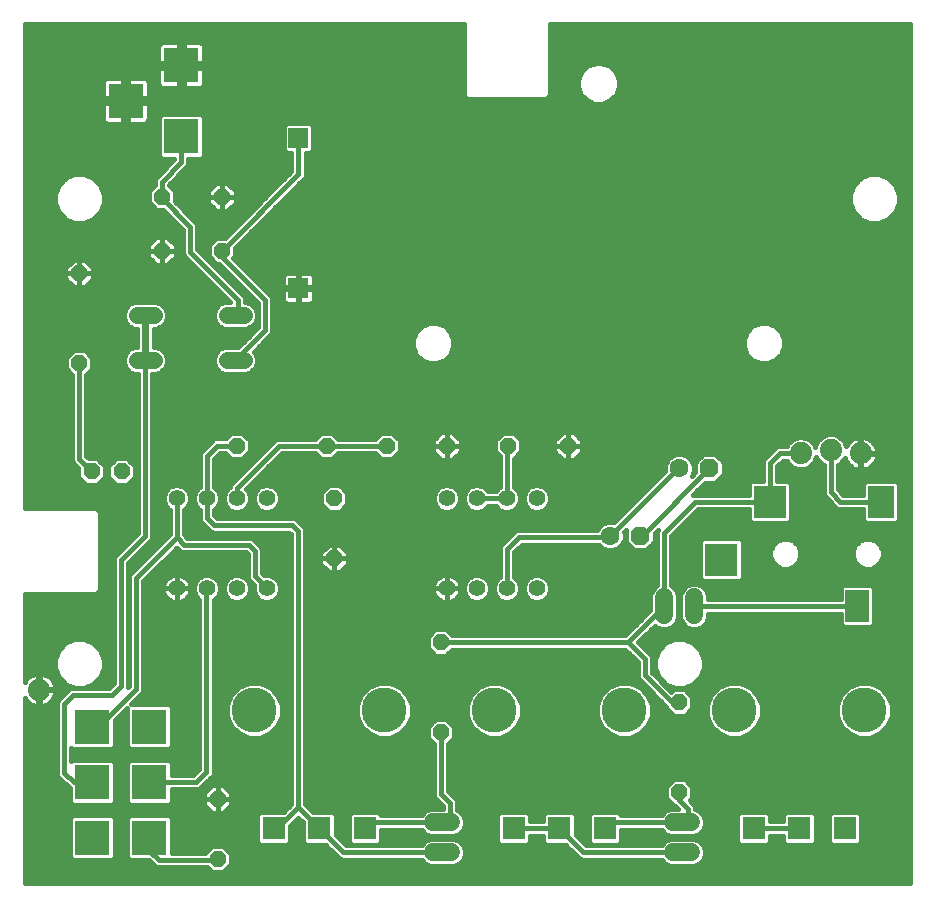
<source format=gtl>
G75*
%MOIN*%
%OFA0B0*%
%FSLAX25Y25*%
%IPPOS*%
%LPD*%
%AMOC8*
5,1,8,0,0,1.08239X$1,22.5*
%
%ADD10OC8,0.05600*%
%ADD11OC8,0.06300*%
%ADD12C,0.06300*%
%ADD13C,0.05600*%
%ADD14R,0.07677X0.07677*%
%ADD15C,0.15024*%
%ADD16R,0.08661X0.11024*%
%ADD17R,0.07874X0.11024*%
%ADD18R,0.11024X0.11024*%
%ADD19R,0.11811X0.11811*%
%ADD20R,0.06731X0.06731*%
%ADD21C,0.05600*%
%ADD22C,0.06000*%
%ADD23C,0.07400*%
%ADD24C,0.01600*%
%ADD25C,0.02400*%
D10*
X0224938Y0104733D03*
X0224938Y0124733D03*
X0299338Y0146933D03*
X0299338Y0176933D03*
X0263838Y0204933D03*
X0263838Y0224933D03*
X0261338Y0242433D03*
X0281338Y0242433D03*
X0301338Y0242433D03*
X0321838Y0242433D03*
X0341838Y0242433D03*
X0378838Y0156933D03*
X0378838Y0126933D03*
X0231338Y0242433D03*
X0192938Y0233933D03*
X0182938Y0233933D03*
X0178838Y0269933D03*
X0178838Y0299933D03*
X0206338Y0307433D03*
X0206338Y0325433D03*
X0226338Y0325433D03*
X0226338Y0307433D03*
D11*
X0365838Y0212433D03*
X0388838Y0234933D03*
D12*
X0378838Y0234933D03*
X0355838Y0212433D03*
D13*
X0331338Y0224933D03*
X0321338Y0224933D03*
X0311338Y0224933D03*
X0301338Y0224933D03*
X0301338Y0194933D03*
X0311338Y0194933D03*
X0321338Y0194933D03*
X0331338Y0194933D03*
X0241338Y0194933D03*
X0231338Y0194933D03*
X0221338Y0194933D03*
X0211338Y0194933D03*
X0211338Y0224933D03*
X0221338Y0224933D03*
X0231338Y0224933D03*
X0241338Y0224933D03*
D14*
X0243601Y0114933D03*
X0258838Y0114933D03*
X0274074Y0114933D03*
X0323601Y0114933D03*
X0338838Y0114933D03*
X0354074Y0114933D03*
X0403601Y0114933D03*
X0418838Y0114933D03*
X0434074Y0114933D03*
D15*
X0440491Y0154303D03*
X0397184Y0154303D03*
X0360491Y0154303D03*
X0317184Y0154303D03*
X0280491Y0154303D03*
X0237184Y0154303D03*
D16*
X0446050Y0223756D03*
D17*
X0438176Y0189110D03*
D18*
X0409042Y0223756D03*
X0392901Y0204465D03*
D19*
X0212838Y0345689D03*
X0194334Y0357500D03*
X0212838Y0369311D03*
X0202227Y0148815D03*
X0183212Y0148815D03*
X0183212Y0130311D03*
X0183212Y0111807D03*
X0202227Y0111807D03*
X0202227Y0130311D03*
D20*
X0251901Y0294969D03*
X0251901Y0344969D03*
D21*
X0233638Y0285933D02*
X0228038Y0285933D01*
X0228038Y0270933D02*
X0233638Y0270933D01*
X0203638Y0270933D02*
X0198038Y0270933D01*
X0198038Y0285933D02*
X0203638Y0285933D01*
D22*
X0373838Y0191933D02*
X0373838Y0185933D01*
X0383838Y0185933D02*
X0383838Y0191933D01*
X0382838Y0116933D02*
X0376838Y0116933D01*
X0376838Y0106933D02*
X0382838Y0106933D01*
X0302838Y0106933D02*
X0296838Y0106933D01*
X0296838Y0116933D02*
X0302838Y0116933D01*
D23*
X0165438Y0161133D03*
X0419338Y0239933D03*
X0429338Y0240933D03*
X0439338Y0239933D03*
D24*
X0160638Y0158439D02*
X0160638Y0096733D01*
X0455738Y0096733D01*
X0455738Y0383133D01*
X0335638Y0383133D01*
X0335638Y0359187D01*
X0334583Y0358133D01*
X0308092Y0358133D01*
X0307038Y0359187D01*
X0307038Y0383133D01*
X0160638Y0383133D01*
X0160638Y0221733D01*
X0184583Y0221733D01*
X0185637Y0220679D01*
X0185637Y0194187D01*
X0184583Y0193133D01*
X0160638Y0193133D01*
X0160638Y0163827D01*
X0160733Y0164016D01*
X0161242Y0164716D01*
X0161855Y0165328D01*
X0162555Y0165837D01*
X0163326Y0166230D01*
X0164150Y0166498D01*
X0165005Y0166633D01*
X0165237Y0166633D01*
X0165237Y0161333D01*
X0165638Y0161333D01*
X0170938Y0161333D01*
X0170938Y0161566D01*
X0170802Y0162421D01*
X0170535Y0163244D01*
X0170142Y0164016D01*
X0169633Y0164716D01*
X0169021Y0165328D01*
X0168320Y0165837D01*
X0167549Y0166230D01*
X0166725Y0166498D01*
X0165870Y0166633D01*
X0165638Y0166633D01*
X0165638Y0161333D01*
X0165638Y0160933D01*
X0170938Y0160933D01*
X0170938Y0160700D01*
X0170802Y0159845D01*
X0170535Y0159022D01*
X0170142Y0158250D01*
X0169633Y0157550D01*
X0169021Y0156938D01*
X0168320Y0156429D01*
X0167549Y0156036D01*
X0166725Y0155769D01*
X0165870Y0155633D01*
X0165638Y0155633D01*
X0165638Y0160933D01*
X0165237Y0160933D01*
X0165237Y0155633D01*
X0165005Y0155633D01*
X0164150Y0155769D01*
X0163326Y0156036D01*
X0162555Y0156429D01*
X0161855Y0156938D01*
X0161242Y0157550D01*
X0160733Y0158250D01*
X0160638Y0158439D01*
X0160638Y0157275D02*
X0161517Y0157275D01*
X0160638Y0155677D02*
X0164730Y0155677D01*
X0165237Y0155677D02*
X0165638Y0155677D01*
X0166145Y0155677D02*
X0171438Y0155677D01*
X0171438Y0156910D02*
X0171438Y0132956D01*
X0171803Y0132074D01*
X0172478Y0131398D01*
X0175600Y0128276D01*
X0175706Y0128233D01*
X0175706Y0123743D01*
X0176643Y0122806D01*
X0189780Y0122806D01*
X0190717Y0123743D01*
X0190717Y0136879D01*
X0189780Y0137817D01*
X0176643Y0137817D01*
X0176237Y0137411D01*
X0176237Y0141715D01*
X0176643Y0141309D01*
X0189780Y0141309D01*
X0190717Y0142247D01*
X0190717Y0150918D01*
X0194722Y0154923D01*
X0194722Y0142247D01*
X0195659Y0141309D01*
X0208796Y0141309D01*
X0209733Y0142247D01*
X0209733Y0155383D01*
X0208796Y0156320D01*
X0196119Y0156320D01*
X0199197Y0159398D01*
X0199872Y0160074D01*
X0200237Y0160956D01*
X0200237Y0197439D01*
X0211338Y0208539D01*
X0211803Y0208074D01*
X0211803Y0208074D01*
X0212478Y0207398D01*
X0213360Y0207033D01*
X0234343Y0207033D01*
X0234938Y0206439D01*
X0234938Y0198456D01*
X0235303Y0197574D01*
X0236976Y0195901D01*
X0236938Y0195808D01*
X0236938Y0194058D01*
X0237607Y0192441D01*
X0238845Y0191203D01*
X0240462Y0190533D01*
X0242213Y0190533D01*
X0243830Y0191203D01*
X0245068Y0192441D01*
X0245737Y0194058D01*
X0245737Y0195808D01*
X0245068Y0197425D01*
X0243830Y0198663D01*
X0242213Y0199333D01*
X0240462Y0199333D01*
X0240370Y0199295D01*
X0239737Y0199927D01*
X0239737Y0207910D01*
X0239372Y0208793D01*
X0238697Y0209468D01*
X0236697Y0211468D01*
X0235815Y0211833D01*
X0214832Y0211833D01*
X0213737Y0212927D01*
X0213737Y0221165D01*
X0213830Y0221203D01*
X0215068Y0222441D01*
X0215737Y0224058D01*
X0215737Y0225808D01*
X0215068Y0227425D01*
X0213830Y0228663D01*
X0212213Y0229333D01*
X0210462Y0229333D01*
X0208845Y0228663D01*
X0207607Y0227425D01*
X0206938Y0225808D01*
X0206938Y0224058D01*
X0207607Y0222441D01*
X0208845Y0221203D01*
X0208938Y0221165D01*
X0208938Y0212927D01*
X0195803Y0199793D01*
X0195438Y0198910D01*
X0195438Y0162427D01*
X0195237Y0162227D01*
X0195237Y0203439D01*
X0202872Y0211074D01*
X0203237Y0211956D01*
X0203237Y0266533D01*
X0204513Y0266533D01*
X0206130Y0267203D01*
X0207368Y0268441D01*
X0208037Y0270058D01*
X0208037Y0271808D01*
X0207368Y0273425D01*
X0206130Y0274663D01*
X0204513Y0275333D01*
X0203637Y0275333D01*
X0203637Y0281533D01*
X0204513Y0281533D01*
X0206130Y0282203D01*
X0207368Y0283441D01*
X0208037Y0285058D01*
X0208037Y0286808D01*
X0207368Y0288425D01*
X0206130Y0289663D01*
X0204513Y0290333D01*
X0197162Y0290333D01*
X0195545Y0289663D01*
X0194307Y0288425D01*
X0193638Y0286808D01*
X0193638Y0285058D01*
X0194307Y0283441D01*
X0195545Y0282203D01*
X0197162Y0281533D01*
X0198038Y0281533D01*
X0198038Y0275333D01*
X0197162Y0275333D01*
X0195545Y0274663D01*
X0194307Y0273425D01*
X0193638Y0271808D01*
X0193638Y0270058D01*
X0194307Y0268441D01*
X0195545Y0267203D01*
X0197162Y0266533D01*
X0198438Y0266533D01*
X0198438Y0213427D01*
X0191478Y0206468D01*
X0190803Y0205793D01*
X0190438Y0204910D01*
X0190438Y0163427D01*
X0188843Y0161833D01*
X0176360Y0161833D01*
X0175478Y0161468D01*
X0174803Y0160793D01*
X0171803Y0157793D01*
X0171438Y0156910D01*
X0171589Y0157275D02*
X0169358Y0157275D01*
X0170459Y0158874D02*
X0172884Y0158874D01*
X0174482Y0160472D02*
X0170901Y0160472D01*
X0170858Y0162071D02*
X0176655Y0162071D01*
X0177226Y0161834D02*
X0180449Y0161834D01*
X0183425Y0163067D01*
X0185704Y0165345D01*
X0186937Y0168322D01*
X0186937Y0171544D01*
X0185704Y0174521D01*
X0183425Y0176799D01*
X0180449Y0178032D01*
X0177226Y0178032D01*
X0174250Y0176799D01*
X0171971Y0174521D01*
X0170738Y0171544D01*
X0170738Y0168322D01*
X0171971Y0165345D01*
X0174250Y0163067D01*
X0177226Y0161834D01*
X0176838Y0159433D02*
X0173838Y0156433D01*
X0173838Y0133433D01*
X0176960Y0130311D01*
X0183212Y0130311D01*
X0190717Y0130100D02*
X0194722Y0130100D01*
X0194722Y0128502D02*
X0190717Y0128502D01*
X0190717Y0126903D02*
X0194722Y0126903D01*
X0194722Y0125305D02*
X0190717Y0125305D01*
X0190681Y0123706D02*
X0194758Y0123706D01*
X0194722Y0123743D02*
X0195659Y0122806D01*
X0208796Y0122806D01*
X0209733Y0123743D01*
X0209733Y0128033D01*
X0218315Y0128033D01*
X0219197Y0128398D01*
X0219872Y0129074D01*
X0223272Y0132474D01*
X0223637Y0133356D01*
X0223637Y0191123D01*
X0223830Y0191203D01*
X0225068Y0192441D01*
X0225737Y0194058D01*
X0225737Y0195808D01*
X0225068Y0197425D01*
X0223830Y0198663D01*
X0222213Y0199333D01*
X0220462Y0199333D01*
X0218845Y0198663D01*
X0217607Y0197425D01*
X0216938Y0195808D01*
X0216938Y0194058D01*
X0217607Y0192441D01*
X0218838Y0191211D01*
X0218838Y0134827D01*
X0216843Y0132833D01*
X0209733Y0132833D01*
X0209733Y0136879D01*
X0208796Y0137817D01*
X0195659Y0137817D01*
X0194722Y0136879D01*
X0194722Y0123743D01*
X0195659Y0119313D02*
X0194722Y0118375D01*
X0194722Y0105239D01*
X0195659Y0104302D01*
X0202075Y0104302D01*
X0203303Y0103074D01*
X0203978Y0102398D01*
X0204860Y0102033D01*
X0221415Y0102033D01*
X0223115Y0100333D01*
X0226760Y0100333D01*
X0229337Y0102911D01*
X0229337Y0106556D01*
X0226760Y0109133D01*
X0223115Y0109133D01*
X0220815Y0106833D01*
X0209733Y0106833D01*
X0209733Y0118375D01*
X0208796Y0119313D01*
X0195659Y0119313D01*
X0195257Y0118911D02*
X0190182Y0118911D01*
X0189780Y0119313D02*
X0176643Y0119313D01*
X0175706Y0118375D01*
X0175706Y0105239D01*
X0176643Y0104302D01*
X0189780Y0104302D01*
X0190717Y0105239D01*
X0190717Y0118375D01*
X0189780Y0119313D01*
X0190717Y0117312D02*
X0194722Y0117312D01*
X0194722Y0115714D02*
X0190717Y0115714D01*
X0190717Y0114115D02*
X0194722Y0114115D01*
X0194722Y0112517D02*
X0190717Y0112517D01*
X0190717Y0110918D02*
X0194722Y0110918D01*
X0194722Y0109320D02*
X0190717Y0109320D01*
X0190717Y0107721D02*
X0194722Y0107721D01*
X0194722Y0106123D02*
X0190717Y0106123D01*
X0190002Y0104524D02*
X0195436Y0104524D01*
X0202227Y0107543D02*
X0205338Y0104433D01*
X0224638Y0104433D01*
X0224938Y0104733D01*
X0228172Y0107721D02*
X0262655Y0107721D01*
X0261057Y0109320D02*
X0209733Y0109320D01*
X0209733Y0110918D02*
X0238163Y0110918D01*
X0238163Y0110432D02*
X0239100Y0109494D01*
X0248103Y0109494D01*
X0249040Y0110432D01*
X0249040Y0115741D01*
X0251838Y0118539D01*
X0253399Y0116978D01*
X0253399Y0110432D01*
X0254336Y0109494D01*
X0260882Y0109494D01*
X0265478Y0104898D01*
X0266360Y0104533D01*
X0292853Y0104533D01*
X0292938Y0104327D01*
X0294232Y0103033D01*
X0295923Y0102333D01*
X0303753Y0102333D01*
X0305443Y0103033D01*
X0306737Y0104327D01*
X0307438Y0106018D01*
X0307438Y0107848D01*
X0306737Y0109539D01*
X0305443Y0110833D01*
X0303753Y0111533D01*
X0295923Y0111533D01*
X0294232Y0110833D01*
X0292938Y0109539D01*
X0292853Y0109333D01*
X0267832Y0109333D01*
X0264276Y0112889D01*
X0264276Y0119434D01*
X0263339Y0120372D01*
X0256793Y0120372D01*
X0254237Y0122927D01*
X0254237Y0214410D01*
X0253872Y0215293D01*
X0253197Y0215968D01*
X0251197Y0217968D01*
X0250315Y0218333D01*
X0224832Y0218333D01*
X0223737Y0219427D01*
X0223737Y0221165D01*
X0223830Y0221203D01*
X0225068Y0222441D01*
X0225737Y0224058D01*
X0225737Y0225808D01*
X0225068Y0227425D01*
X0223830Y0228663D01*
X0223737Y0228701D01*
X0223737Y0238039D01*
X0225832Y0240133D01*
X0227415Y0240133D01*
X0229515Y0238033D01*
X0233160Y0238033D01*
X0235737Y0240611D01*
X0235737Y0244256D01*
X0233160Y0246833D01*
X0229515Y0246833D01*
X0227615Y0244933D01*
X0224360Y0244933D01*
X0223478Y0244568D01*
X0222803Y0243893D01*
X0219303Y0240393D01*
X0218938Y0239510D01*
X0218938Y0228701D01*
X0218845Y0228663D01*
X0217607Y0227425D01*
X0216938Y0225808D01*
X0216938Y0224058D01*
X0217607Y0222441D01*
X0218845Y0221203D01*
X0218938Y0221165D01*
X0218938Y0217956D01*
X0219303Y0217074D01*
X0221803Y0214574D01*
X0222478Y0213898D01*
X0223360Y0213533D01*
X0248843Y0213533D01*
X0249438Y0212939D01*
X0249438Y0122927D01*
X0246882Y0120372D01*
X0239100Y0120372D01*
X0238163Y0119434D01*
X0238163Y0110432D01*
X0238163Y0112517D02*
X0209733Y0112517D01*
X0209733Y0114115D02*
X0238163Y0114115D01*
X0238163Y0115714D02*
X0209733Y0115714D01*
X0209733Y0117312D02*
X0238163Y0117312D01*
X0238163Y0118911D02*
X0209197Y0118911D01*
X0209696Y0123706D02*
X0220338Y0123706D01*
X0220338Y0122828D02*
X0223032Y0120133D01*
X0224937Y0120133D01*
X0224937Y0124733D01*
X0220338Y0124733D01*
X0220338Y0122828D01*
X0221057Y0122108D02*
X0160638Y0122108D01*
X0160638Y0123706D02*
X0175743Y0123706D01*
X0175706Y0125305D02*
X0160638Y0125305D01*
X0160638Y0126903D02*
X0175706Y0126903D01*
X0175375Y0128502D02*
X0160638Y0128502D01*
X0160638Y0130100D02*
X0173776Y0130100D01*
X0172178Y0131699D02*
X0160638Y0131699D01*
X0160638Y0133297D02*
X0171438Y0133297D01*
X0171438Y0134896D02*
X0160638Y0134896D01*
X0160638Y0136494D02*
X0171438Y0136494D01*
X0171438Y0138093D02*
X0160638Y0138093D01*
X0160638Y0139691D02*
X0171438Y0139691D01*
X0171438Y0141290D02*
X0160638Y0141290D01*
X0160638Y0142888D02*
X0171438Y0142888D01*
X0171438Y0144487D02*
X0160638Y0144487D01*
X0160638Y0146085D02*
X0171438Y0146085D01*
X0171438Y0147684D02*
X0160638Y0147684D01*
X0160638Y0149282D02*
X0171438Y0149282D01*
X0171438Y0150881D02*
X0160638Y0150881D01*
X0160638Y0152479D02*
X0171438Y0152479D01*
X0171438Y0154078D02*
X0160638Y0154078D01*
X0165237Y0157275D02*
X0165638Y0157275D01*
X0165638Y0158874D02*
X0165237Y0158874D01*
X0165237Y0160472D02*
X0165638Y0160472D01*
X0165638Y0162071D02*
X0165237Y0162071D01*
X0165237Y0163669D02*
X0165638Y0163669D01*
X0165638Y0165268D02*
X0165237Y0165268D01*
X0161794Y0165268D02*
X0160638Y0165268D01*
X0160638Y0166866D02*
X0171341Y0166866D01*
X0170738Y0168465D02*
X0160638Y0168465D01*
X0160638Y0170063D02*
X0170738Y0170063D01*
X0170787Y0171662D02*
X0160638Y0171662D01*
X0160638Y0173260D02*
X0171449Y0173260D01*
X0172309Y0174859D02*
X0160638Y0174859D01*
X0160638Y0176457D02*
X0173908Y0176457D01*
X0183767Y0176457D02*
X0190438Y0176457D01*
X0190438Y0174859D02*
X0185366Y0174859D01*
X0186226Y0173260D02*
X0190438Y0173260D01*
X0190438Y0171662D02*
X0186888Y0171662D01*
X0186937Y0170063D02*
X0190438Y0170063D01*
X0190438Y0168465D02*
X0186937Y0168465D01*
X0186334Y0166866D02*
X0190438Y0166866D01*
X0190438Y0165268D02*
X0185626Y0165268D01*
X0184028Y0163669D02*
X0190438Y0163669D01*
X0189081Y0162071D02*
X0181020Y0162071D01*
X0176838Y0159433D02*
X0189838Y0159433D01*
X0192838Y0162433D01*
X0192838Y0204433D01*
X0200838Y0212433D01*
X0200838Y0270933D01*
X0203637Y0275565D02*
X0232075Y0275565D01*
X0231843Y0275333D02*
X0227162Y0275333D01*
X0225545Y0274663D01*
X0224307Y0273425D01*
X0223638Y0271808D01*
X0223638Y0270058D01*
X0224307Y0268441D01*
X0225545Y0267203D01*
X0227162Y0266533D01*
X0234513Y0266533D01*
X0236130Y0267203D01*
X0237368Y0268441D01*
X0238037Y0270058D01*
X0238037Y0271808D01*
X0237368Y0273425D01*
X0237046Y0273747D01*
X0242872Y0279574D01*
X0243237Y0280456D01*
X0243237Y0291410D01*
X0242872Y0292293D01*
X0230146Y0305019D01*
X0230737Y0305611D01*
X0230737Y0308439D01*
X0253935Y0331637D01*
X0254300Y0332519D01*
X0254300Y0340003D01*
X0255929Y0340003D01*
X0256866Y0340940D01*
X0256866Y0348997D01*
X0255929Y0349934D01*
X0247872Y0349934D01*
X0246935Y0348997D01*
X0246935Y0340940D01*
X0247872Y0340003D01*
X0249501Y0340003D01*
X0249501Y0333990D01*
X0227343Y0311833D01*
X0224515Y0311833D01*
X0221938Y0309256D01*
X0221938Y0305611D01*
X0224515Y0303033D01*
X0225343Y0303033D01*
X0238438Y0289939D01*
X0238438Y0281927D01*
X0231843Y0275333D01*
X0233674Y0277163D02*
X0203637Y0277163D01*
X0203637Y0278762D02*
X0235272Y0278762D01*
X0236871Y0280360D02*
X0203637Y0280360D01*
X0205541Y0281959D02*
X0226134Y0281959D01*
X0225545Y0282203D02*
X0227162Y0281533D01*
X0234513Y0281533D01*
X0236130Y0282203D01*
X0237368Y0283441D01*
X0238037Y0285058D01*
X0238037Y0286808D01*
X0237368Y0288425D01*
X0236130Y0289663D01*
X0234513Y0290333D01*
X0234237Y0290333D01*
X0234237Y0291410D01*
X0233872Y0292293D01*
X0233197Y0292968D01*
X0218237Y0307927D01*
X0218237Y0315910D01*
X0217872Y0316793D01*
X0217197Y0317468D01*
X0210737Y0323927D01*
X0210737Y0327256D01*
X0208737Y0329256D01*
X0208737Y0329439D01*
X0214872Y0335574D01*
X0215237Y0336456D01*
X0215237Y0338183D01*
X0219406Y0338183D01*
X0220343Y0339121D01*
X0220343Y0352257D01*
X0219406Y0353194D01*
X0206269Y0353194D01*
X0205332Y0352257D01*
X0205332Y0339121D01*
X0206269Y0338183D01*
X0210438Y0338183D01*
X0210438Y0337927D01*
X0204978Y0332468D01*
X0204303Y0331793D01*
X0203938Y0330910D01*
X0203938Y0329256D01*
X0201938Y0327256D01*
X0201938Y0323611D01*
X0204515Y0321033D01*
X0206843Y0321033D01*
X0213438Y0314439D01*
X0213438Y0306456D01*
X0213803Y0305574D01*
X0229043Y0290333D01*
X0227162Y0290333D01*
X0225545Y0289663D01*
X0224307Y0288425D01*
X0223638Y0286808D01*
X0223638Y0285058D01*
X0224307Y0283441D01*
X0225545Y0282203D01*
X0224259Y0283557D02*
X0207416Y0283557D01*
X0208037Y0285156D02*
X0223638Y0285156D01*
X0223638Y0286754D02*
X0208037Y0286754D01*
X0207398Y0288353D02*
X0224277Y0288353D01*
X0226241Y0289951D02*
X0205434Y0289951D01*
X0196241Y0289951D02*
X0160638Y0289951D01*
X0160638Y0288353D02*
X0194277Y0288353D01*
X0193638Y0286754D02*
X0160638Y0286754D01*
X0160638Y0285156D02*
X0193638Y0285156D01*
X0194259Y0283557D02*
X0160638Y0283557D01*
X0160638Y0281959D02*
X0196134Y0281959D01*
X0198038Y0280360D02*
X0160638Y0280360D01*
X0160638Y0278762D02*
X0198038Y0278762D01*
X0198038Y0277163D02*
X0160638Y0277163D01*
X0160638Y0275565D02*
X0198038Y0275565D01*
X0194848Y0273966D02*
X0181027Y0273966D01*
X0180660Y0274333D02*
X0177015Y0274333D01*
X0174438Y0271756D01*
X0174438Y0268111D01*
X0176438Y0266111D01*
X0176438Y0237556D01*
X0176803Y0236674D01*
X0177478Y0235998D01*
X0178538Y0234939D01*
X0178538Y0232111D01*
X0181115Y0229533D01*
X0184760Y0229533D01*
X0187337Y0232111D01*
X0187337Y0235756D01*
X0184760Y0238333D01*
X0181932Y0238333D01*
X0181237Y0239027D01*
X0181237Y0266111D01*
X0183237Y0268111D01*
X0183237Y0271756D01*
X0180660Y0274333D01*
X0182625Y0272368D02*
X0193869Y0272368D01*
X0193638Y0270769D02*
X0183237Y0270769D01*
X0183237Y0269171D02*
X0194005Y0269171D01*
X0195176Y0267572D02*
X0182699Y0267572D01*
X0181237Y0265974D02*
X0198438Y0265974D01*
X0198438Y0264375D02*
X0181237Y0264375D01*
X0181237Y0262777D02*
X0198438Y0262777D01*
X0198438Y0261178D02*
X0181237Y0261178D01*
X0181237Y0259580D02*
X0198438Y0259580D01*
X0198438Y0257981D02*
X0181237Y0257981D01*
X0181237Y0256383D02*
X0198438Y0256383D01*
X0198438Y0254784D02*
X0181237Y0254784D01*
X0181237Y0253186D02*
X0198438Y0253186D01*
X0198438Y0251587D02*
X0181237Y0251587D01*
X0181237Y0249989D02*
X0198438Y0249989D01*
X0198438Y0248390D02*
X0181237Y0248390D01*
X0181237Y0246792D02*
X0198438Y0246792D01*
X0198438Y0245193D02*
X0181237Y0245193D01*
X0181237Y0243595D02*
X0198438Y0243595D01*
X0198438Y0241996D02*
X0181237Y0241996D01*
X0181237Y0240398D02*
X0198438Y0240398D01*
X0198438Y0238799D02*
X0181466Y0238799D01*
X0178838Y0238033D02*
X0182938Y0233933D01*
X0186034Y0230807D02*
X0189842Y0230807D01*
X0191115Y0229533D02*
X0194760Y0229533D01*
X0197337Y0232111D01*
X0197337Y0235756D01*
X0194760Y0238333D01*
X0191115Y0238333D01*
X0188538Y0235756D01*
X0188538Y0232111D01*
X0191115Y0229533D01*
X0188538Y0232405D02*
X0187337Y0232405D01*
X0187337Y0234004D02*
X0188538Y0234004D01*
X0188538Y0235602D02*
X0187337Y0235602D01*
X0185893Y0237201D02*
X0189982Y0237201D01*
X0195893Y0237201D02*
X0198438Y0237201D01*
X0198438Y0235602D02*
X0197337Y0235602D01*
X0197337Y0234004D02*
X0198438Y0234004D01*
X0198438Y0232405D02*
X0197337Y0232405D01*
X0198438Y0230807D02*
X0196034Y0230807D01*
X0198438Y0229208D02*
X0160638Y0229208D01*
X0160638Y0227610D02*
X0198438Y0227610D01*
X0198438Y0226011D02*
X0160638Y0226011D01*
X0160638Y0224412D02*
X0198438Y0224412D01*
X0198438Y0222814D02*
X0160638Y0222814D01*
X0160638Y0230807D02*
X0179842Y0230807D01*
X0178538Y0232405D02*
X0160638Y0232405D01*
X0160638Y0234004D02*
X0178538Y0234004D01*
X0177874Y0235602D02*
X0160638Y0235602D01*
X0160638Y0237201D02*
X0176585Y0237201D01*
X0176438Y0238799D02*
X0160638Y0238799D01*
X0160638Y0240398D02*
X0176438Y0240398D01*
X0176438Y0241996D02*
X0160638Y0241996D01*
X0160638Y0243595D02*
X0176438Y0243595D01*
X0176438Y0245193D02*
X0160638Y0245193D01*
X0160638Y0246792D02*
X0176438Y0246792D01*
X0176438Y0248390D02*
X0160638Y0248390D01*
X0160638Y0249989D02*
X0176438Y0249989D01*
X0176438Y0251587D02*
X0160638Y0251587D01*
X0160638Y0253186D02*
X0176438Y0253186D01*
X0176438Y0254784D02*
X0160638Y0254784D01*
X0160638Y0256383D02*
X0176438Y0256383D01*
X0176438Y0257981D02*
X0160638Y0257981D01*
X0160638Y0259580D02*
X0176438Y0259580D01*
X0176438Y0261178D02*
X0160638Y0261178D01*
X0160638Y0262777D02*
X0176438Y0262777D01*
X0176438Y0264375D02*
X0160638Y0264375D01*
X0160638Y0265974D02*
X0176438Y0265974D01*
X0174976Y0267572D02*
X0160638Y0267572D01*
X0160638Y0269171D02*
X0174438Y0269171D01*
X0174438Y0270769D02*
X0160638Y0270769D01*
X0160638Y0272368D02*
X0175050Y0272368D01*
X0176648Y0273966D02*
X0160638Y0273966D01*
X0178838Y0269933D02*
X0178838Y0238033D01*
X0185101Y0221215D02*
X0198438Y0221215D01*
X0198438Y0219617D02*
X0185637Y0219617D01*
X0185637Y0218018D02*
X0198438Y0218018D01*
X0198438Y0216420D02*
X0185637Y0216420D01*
X0185637Y0214821D02*
X0198438Y0214821D01*
X0198233Y0213223D02*
X0185637Y0213223D01*
X0185637Y0211624D02*
X0196635Y0211624D01*
X0195036Y0210026D02*
X0185637Y0210026D01*
X0185637Y0208427D02*
X0193438Y0208427D01*
X0191839Y0206829D02*
X0185637Y0206829D01*
X0185637Y0205230D02*
X0190570Y0205230D01*
X0191478Y0206468D02*
X0191478Y0206468D01*
X0190438Y0203632D02*
X0185637Y0203632D01*
X0185637Y0202033D02*
X0190438Y0202033D01*
X0190438Y0200435D02*
X0185637Y0200435D01*
X0185637Y0198836D02*
X0190438Y0198836D01*
X0190438Y0197238D02*
X0185637Y0197238D01*
X0185637Y0195639D02*
X0190438Y0195639D01*
X0190438Y0194041D02*
X0185491Y0194041D01*
X0190438Y0192442D02*
X0160638Y0192442D01*
X0160638Y0190844D02*
X0190438Y0190844D01*
X0190438Y0189245D02*
X0160638Y0189245D01*
X0160638Y0187647D02*
X0190438Y0187647D01*
X0190438Y0186048D02*
X0160638Y0186048D01*
X0160638Y0184450D02*
X0190438Y0184450D01*
X0190438Y0182851D02*
X0160638Y0182851D01*
X0160638Y0181253D02*
X0190438Y0181253D01*
X0190438Y0179654D02*
X0160638Y0179654D01*
X0160638Y0178056D02*
X0190438Y0178056D01*
X0195237Y0178056D02*
X0195438Y0178056D01*
X0195438Y0179654D02*
X0195237Y0179654D01*
X0195237Y0181253D02*
X0195438Y0181253D01*
X0195438Y0182851D02*
X0195237Y0182851D01*
X0195237Y0184450D02*
X0195438Y0184450D01*
X0195438Y0186048D02*
X0195237Y0186048D01*
X0195237Y0187647D02*
X0195438Y0187647D01*
X0195438Y0189245D02*
X0195237Y0189245D01*
X0195237Y0190844D02*
X0195438Y0190844D01*
X0195438Y0192442D02*
X0195237Y0192442D01*
X0195237Y0194041D02*
X0195438Y0194041D01*
X0195438Y0195639D02*
X0195237Y0195639D01*
X0195237Y0197238D02*
X0195438Y0197238D01*
X0195438Y0198836D02*
X0195237Y0198836D01*
X0195237Y0200435D02*
X0196445Y0200435D01*
X0195237Y0202033D02*
X0198044Y0202033D01*
X0199642Y0203632D02*
X0195430Y0203632D01*
X0197029Y0205230D02*
X0201241Y0205230D01*
X0202839Y0206829D02*
X0198627Y0206829D01*
X0200226Y0208427D02*
X0204438Y0208427D01*
X0206036Y0210026D02*
X0201824Y0210026D01*
X0203100Y0211624D02*
X0207635Y0211624D01*
X0208938Y0213223D02*
X0203237Y0213223D01*
X0203237Y0214821D02*
X0208938Y0214821D01*
X0208938Y0216420D02*
X0203237Y0216420D01*
X0203237Y0218018D02*
X0208938Y0218018D01*
X0208938Y0219617D02*
X0203237Y0219617D01*
X0203237Y0221215D02*
X0208833Y0221215D01*
X0207453Y0222814D02*
X0203237Y0222814D01*
X0203237Y0224412D02*
X0206938Y0224412D01*
X0207021Y0226011D02*
X0203237Y0226011D01*
X0203237Y0227610D02*
X0207791Y0227610D01*
X0210160Y0229208D02*
X0203237Y0229208D01*
X0203237Y0230807D02*
X0218938Y0230807D01*
X0218938Y0232405D02*
X0203237Y0232405D01*
X0203237Y0234004D02*
X0218938Y0234004D01*
X0218938Y0235602D02*
X0203237Y0235602D01*
X0203237Y0237201D02*
X0218938Y0237201D01*
X0218938Y0238799D02*
X0203237Y0238799D01*
X0203237Y0240398D02*
X0219308Y0240398D01*
X0220906Y0241996D02*
X0203237Y0241996D01*
X0203237Y0243595D02*
X0222505Y0243595D01*
X0224838Y0242533D02*
X0221338Y0239033D01*
X0221338Y0224933D01*
X0221338Y0218433D01*
X0223838Y0215933D01*
X0249838Y0215933D01*
X0251838Y0213933D01*
X0251838Y0121933D01*
X0244838Y0114933D01*
X0243601Y0114933D01*
X0249040Y0115714D02*
X0253399Y0115714D01*
X0253399Y0114115D02*
X0249040Y0114115D01*
X0249040Y0112517D02*
X0253399Y0112517D01*
X0253399Y0110918D02*
X0249040Y0110918D01*
X0250611Y0117312D02*
X0253064Y0117312D01*
X0251838Y0121933D02*
X0258838Y0114933D01*
X0266838Y0106933D01*
X0299838Y0106933D01*
X0295923Y0112333D02*
X0303753Y0112333D01*
X0305443Y0113033D01*
X0306737Y0114327D01*
X0307438Y0116018D01*
X0307438Y0117848D01*
X0306737Y0119539D01*
X0305443Y0120833D01*
X0304738Y0121125D01*
X0304738Y0123910D01*
X0304372Y0124793D01*
X0303697Y0125468D01*
X0301738Y0127427D01*
X0301738Y0143111D01*
X0303738Y0145111D01*
X0303738Y0148756D01*
X0301160Y0151333D01*
X0297515Y0151333D01*
X0294938Y0148756D01*
X0294938Y0145111D01*
X0296938Y0143111D01*
X0296938Y0125956D01*
X0297303Y0125074D01*
X0299938Y0122439D01*
X0299938Y0121533D01*
X0295923Y0121533D01*
X0294232Y0120833D01*
X0292938Y0119539D01*
X0292853Y0119333D01*
X0279512Y0119333D01*
X0279512Y0119434D01*
X0278575Y0120372D01*
X0269572Y0120372D01*
X0268635Y0119434D01*
X0268635Y0110432D01*
X0269572Y0109494D01*
X0278575Y0109494D01*
X0279512Y0110432D01*
X0279512Y0114533D01*
X0292853Y0114533D01*
X0292938Y0114327D01*
X0294232Y0113033D01*
X0295923Y0112333D01*
X0295479Y0112517D02*
X0279512Y0112517D01*
X0279512Y0114115D02*
X0293150Y0114115D01*
X0294438Y0110918D02*
X0279512Y0110918D01*
X0274074Y0114933D02*
X0276074Y0116933D01*
X0299838Y0116933D01*
X0302338Y0119433D01*
X0302338Y0123433D01*
X0299338Y0126433D01*
X0299338Y0146933D01*
X0303738Y0147684D02*
X0310917Y0147684D01*
X0312023Y0146579D02*
X0315372Y0145191D01*
X0318996Y0145191D01*
X0322345Y0146579D01*
X0324909Y0149142D01*
X0326296Y0152491D01*
X0326296Y0156116D01*
X0324909Y0159465D01*
X0322345Y0162028D01*
X0318996Y0163415D01*
X0315372Y0163415D01*
X0312023Y0162028D01*
X0309459Y0159465D01*
X0308072Y0156116D01*
X0308072Y0152491D01*
X0309459Y0149142D01*
X0312023Y0146579D01*
X0313213Y0146085D02*
X0303738Y0146085D01*
X0303114Y0144487D02*
X0455738Y0144487D01*
X0455738Y0146085D02*
X0444462Y0146085D01*
X0445652Y0146579D02*
X0448216Y0149142D01*
X0449603Y0152491D01*
X0449603Y0156116D01*
X0448216Y0159465D01*
X0445652Y0162028D01*
X0442304Y0163415D01*
X0438679Y0163415D01*
X0435330Y0162028D01*
X0432766Y0159465D01*
X0431379Y0156116D01*
X0431379Y0152491D01*
X0432766Y0149142D01*
X0435330Y0146579D01*
X0438679Y0145191D01*
X0442304Y0145191D01*
X0445652Y0146579D01*
X0446758Y0147684D02*
X0455738Y0147684D01*
X0455738Y0149282D02*
X0448274Y0149282D01*
X0448936Y0150881D02*
X0455738Y0150881D01*
X0455738Y0152479D02*
X0449598Y0152479D01*
X0449603Y0154078D02*
X0455738Y0154078D01*
X0455738Y0155677D02*
X0449603Y0155677D01*
X0449123Y0157275D02*
X0455738Y0157275D01*
X0455738Y0158874D02*
X0448460Y0158874D01*
X0447208Y0160472D02*
X0455738Y0160472D01*
X0455738Y0162071D02*
X0445549Y0162071D01*
X0435433Y0162071D02*
X0402242Y0162071D01*
X0402345Y0162028D02*
X0398996Y0163415D01*
X0395372Y0163415D01*
X0392023Y0162028D01*
X0389459Y0159465D01*
X0388072Y0156116D01*
X0388072Y0152491D01*
X0389459Y0149142D01*
X0392023Y0146579D01*
X0395372Y0145191D01*
X0398996Y0145191D01*
X0402345Y0146579D01*
X0404909Y0149142D01*
X0406296Y0152491D01*
X0406296Y0156116D01*
X0404909Y0159465D01*
X0402345Y0162028D01*
X0403901Y0160472D02*
X0433774Y0160472D01*
X0432522Y0158874D02*
X0405153Y0158874D01*
X0405816Y0157275D02*
X0431859Y0157275D01*
X0431379Y0155677D02*
X0406296Y0155677D01*
X0406296Y0154078D02*
X0431379Y0154078D01*
X0431384Y0152479D02*
X0406291Y0152479D01*
X0405629Y0150881D02*
X0432046Y0150881D01*
X0432708Y0149282D02*
X0404967Y0149282D01*
X0403451Y0147684D02*
X0434224Y0147684D01*
X0436520Y0146085D02*
X0401155Y0146085D01*
X0393213Y0146085D02*
X0364462Y0146085D01*
X0365652Y0146579D02*
X0368216Y0149142D01*
X0369603Y0152491D01*
X0369603Y0156116D01*
X0368216Y0159465D01*
X0365652Y0162028D01*
X0362304Y0163415D01*
X0358679Y0163415D01*
X0355330Y0162028D01*
X0352766Y0159465D01*
X0351379Y0156116D01*
X0351379Y0152491D01*
X0352766Y0149142D01*
X0355330Y0146579D01*
X0358679Y0145191D01*
X0362304Y0145191D01*
X0365652Y0146579D01*
X0366758Y0147684D02*
X0390917Y0147684D01*
X0389401Y0149282D02*
X0368274Y0149282D01*
X0368936Y0150881D02*
X0388739Y0150881D01*
X0388077Y0152479D02*
X0369598Y0152479D01*
X0369603Y0154078D02*
X0375470Y0154078D01*
X0374438Y0155111D02*
X0377015Y0152533D01*
X0380660Y0152533D01*
X0383237Y0155111D01*
X0383237Y0158756D01*
X0380660Y0161333D01*
X0377015Y0161333D01*
X0376173Y0160491D01*
X0369737Y0166927D01*
X0369737Y0171910D01*
X0369372Y0172793D01*
X0368697Y0173468D01*
X0365232Y0176933D01*
X0370782Y0182483D01*
X0371232Y0182033D01*
X0372923Y0181333D01*
X0374753Y0181333D01*
X0376443Y0182033D01*
X0377737Y0183327D01*
X0378437Y0185018D01*
X0378437Y0192848D01*
X0377737Y0194539D01*
X0376443Y0195833D01*
X0376237Y0195918D01*
X0376237Y0212439D01*
X0385154Y0221356D01*
X0401930Y0221356D01*
X0401930Y0217581D01*
X0402868Y0216644D01*
X0415217Y0216644D01*
X0416154Y0217581D01*
X0416154Y0229930D01*
X0415217Y0230868D01*
X0411442Y0230868D01*
X0411442Y0235644D01*
X0413332Y0237533D01*
X0414595Y0237533D01*
X0414844Y0236931D01*
X0416335Y0235440D01*
X0418283Y0234633D01*
X0420392Y0234633D01*
X0422340Y0235440D01*
X0423831Y0236931D01*
X0424545Y0238655D01*
X0424844Y0237931D01*
X0426335Y0236440D01*
X0426938Y0236191D01*
X0426938Y0226456D01*
X0427303Y0225574D01*
X0427978Y0224898D01*
X0431155Y0221721D01*
X0432037Y0221356D01*
X0440119Y0221356D01*
X0440119Y0217581D01*
X0441057Y0216644D01*
X0451044Y0216644D01*
X0451981Y0217581D01*
X0451981Y0229930D01*
X0451044Y0230868D01*
X0441057Y0230868D01*
X0440119Y0229930D01*
X0440119Y0226156D01*
X0433509Y0226156D01*
X0431737Y0227927D01*
X0431737Y0236191D01*
X0432340Y0236440D01*
X0433831Y0237931D01*
X0434040Y0238437D01*
X0434240Y0237822D01*
X0434633Y0237050D01*
X0435142Y0236350D01*
X0435755Y0235738D01*
X0436455Y0235229D01*
X0437226Y0234836D01*
X0438050Y0234569D01*
X0438905Y0234433D01*
X0439137Y0234433D01*
X0439137Y0239733D01*
X0439538Y0239733D01*
X0439538Y0240133D01*
X0444837Y0240133D01*
X0444837Y0240366D01*
X0444702Y0241221D01*
X0444435Y0242044D01*
X0444042Y0242816D01*
X0443533Y0243516D01*
X0442921Y0244128D01*
X0442220Y0244637D01*
X0441449Y0245030D01*
X0440625Y0245298D01*
X0439770Y0245433D01*
X0439538Y0245433D01*
X0439538Y0240133D01*
X0439137Y0240133D01*
X0439137Y0245433D01*
X0438905Y0245433D01*
X0438050Y0245298D01*
X0437226Y0245030D01*
X0436455Y0244637D01*
X0435755Y0244128D01*
X0435142Y0243516D01*
X0434633Y0242816D01*
X0434446Y0242449D01*
X0433831Y0243935D01*
X0432340Y0245426D01*
X0430392Y0246233D01*
X0428283Y0246233D01*
X0426335Y0245426D01*
X0424844Y0243935D01*
X0424130Y0242212D01*
X0423831Y0242935D01*
X0422340Y0244426D01*
X0420392Y0245233D01*
X0418283Y0245233D01*
X0416335Y0244426D01*
X0414844Y0242935D01*
X0414595Y0242333D01*
X0411860Y0242333D01*
X0410978Y0241968D01*
X0410303Y0241293D01*
X0407008Y0237997D01*
X0406642Y0237115D01*
X0406642Y0230868D01*
X0402868Y0230868D01*
X0401930Y0229930D01*
X0401930Y0226156D01*
X0383683Y0226156D01*
X0383293Y0225994D01*
X0387482Y0230183D01*
X0390805Y0230183D01*
X0393587Y0232966D01*
X0393587Y0236901D01*
X0390805Y0239683D01*
X0386870Y0239683D01*
X0384088Y0236901D01*
X0384088Y0233577D01*
X0382943Y0232433D01*
X0383587Y0233988D01*
X0383587Y0235878D01*
X0382864Y0237624D01*
X0381528Y0238960D01*
X0379782Y0239683D01*
X0377893Y0239683D01*
X0376147Y0238960D01*
X0374811Y0237624D01*
X0374088Y0235878D01*
X0374088Y0234077D01*
X0357073Y0217063D01*
X0356782Y0217183D01*
X0354893Y0217183D01*
X0353147Y0216460D01*
X0351811Y0215124D01*
X0351483Y0214333D01*
X0324860Y0214333D01*
X0323978Y0213968D01*
X0323303Y0213293D01*
X0323303Y0213293D01*
X0319303Y0209293D01*
X0318938Y0208410D01*
X0318938Y0198701D01*
X0318845Y0198663D01*
X0317607Y0197425D01*
X0316938Y0195808D01*
X0316938Y0194058D01*
X0317607Y0192441D01*
X0318845Y0191203D01*
X0320462Y0190533D01*
X0322213Y0190533D01*
X0323830Y0191203D01*
X0325068Y0192441D01*
X0325738Y0194058D01*
X0325738Y0195808D01*
X0325068Y0197425D01*
X0323830Y0198663D01*
X0323738Y0198701D01*
X0323738Y0206939D01*
X0326332Y0209533D01*
X0352020Y0209533D01*
X0353147Y0208406D01*
X0354893Y0207683D01*
X0356782Y0207683D01*
X0358528Y0208406D01*
X0359864Y0209742D01*
X0360587Y0211488D01*
X0360587Y0213378D01*
X0360467Y0213669D01*
X0361088Y0214289D01*
X0361088Y0210466D01*
X0363870Y0207683D01*
X0367805Y0207683D01*
X0370587Y0210466D01*
X0370587Y0213289D01*
X0371599Y0214301D01*
X0371438Y0213910D01*
X0371438Y0195918D01*
X0371232Y0195833D01*
X0369938Y0194539D01*
X0369238Y0192848D01*
X0369238Y0187727D01*
X0360843Y0179333D01*
X0303160Y0179333D01*
X0301160Y0181333D01*
X0297515Y0181333D01*
X0294938Y0178756D01*
X0294938Y0175111D01*
X0297515Y0172533D01*
X0301160Y0172533D01*
X0303160Y0174533D01*
X0360843Y0174533D01*
X0364938Y0170439D01*
X0364938Y0165456D01*
X0365303Y0164574D01*
X0365978Y0163898D01*
X0374438Y0155439D01*
X0374438Y0155111D01*
X0374200Y0155677D02*
X0369603Y0155677D01*
X0369123Y0157275D02*
X0372601Y0157275D01*
X0371003Y0158874D02*
X0368460Y0158874D01*
X0369404Y0160472D02*
X0367208Y0160472D01*
X0367806Y0162071D02*
X0365549Y0162071D01*
X0366207Y0163669D02*
X0254237Y0163669D01*
X0254237Y0162071D02*
X0275433Y0162071D01*
X0275330Y0162028D02*
X0272766Y0159465D01*
X0271379Y0156116D01*
X0271379Y0152491D01*
X0272766Y0149142D01*
X0275330Y0146579D01*
X0278679Y0145191D01*
X0282304Y0145191D01*
X0285652Y0146579D01*
X0288216Y0149142D01*
X0289603Y0152491D01*
X0289603Y0156116D01*
X0288216Y0159465D01*
X0285652Y0162028D01*
X0282304Y0163415D01*
X0278679Y0163415D01*
X0275330Y0162028D01*
X0273774Y0160472D02*
X0254237Y0160472D01*
X0254237Y0158874D02*
X0272522Y0158874D01*
X0271859Y0157275D02*
X0254237Y0157275D01*
X0254237Y0155677D02*
X0271379Y0155677D01*
X0271379Y0154078D02*
X0254237Y0154078D01*
X0254237Y0152479D02*
X0271384Y0152479D01*
X0272046Y0150881D02*
X0254237Y0150881D01*
X0254237Y0149282D02*
X0272708Y0149282D01*
X0274224Y0147684D02*
X0254237Y0147684D01*
X0254237Y0146085D02*
X0276520Y0146085D01*
X0284462Y0146085D02*
X0294938Y0146085D01*
X0294938Y0147684D02*
X0286758Y0147684D01*
X0288274Y0149282D02*
X0295464Y0149282D01*
X0297063Y0150881D02*
X0288936Y0150881D01*
X0289598Y0152479D02*
X0308077Y0152479D01*
X0308072Y0154078D02*
X0289603Y0154078D01*
X0289603Y0155677D02*
X0308072Y0155677D01*
X0308552Y0157275D02*
X0289123Y0157275D01*
X0288460Y0158874D02*
X0309215Y0158874D01*
X0310467Y0160472D02*
X0287208Y0160472D01*
X0285549Y0162071D02*
X0312126Y0162071D01*
X0322242Y0162071D02*
X0355433Y0162071D01*
X0353774Y0160472D02*
X0323901Y0160472D01*
X0325153Y0158874D02*
X0352522Y0158874D01*
X0351859Y0157275D02*
X0325816Y0157275D01*
X0326296Y0155677D02*
X0351379Y0155677D01*
X0351379Y0154078D02*
X0326296Y0154078D01*
X0326291Y0152479D02*
X0351384Y0152479D01*
X0352046Y0150881D02*
X0325629Y0150881D01*
X0324967Y0149282D02*
X0352708Y0149282D01*
X0354224Y0147684D02*
X0323451Y0147684D01*
X0321155Y0146085D02*
X0356520Y0146085D01*
X0365015Y0165268D02*
X0254237Y0165268D01*
X0254237Y0166866D02*
X0364938Y0166866D01*
X0364938Y0168465D02*
X0254237Y0168465D01*
X0254237Y0170063D02*
X0364938Y0170063D01*
X0363715Y0171662D02*
X0254237Y0171662D01*
X0254237Y0173260D02*
X0296788Y0173260D01*
X0295189Y0174859D02*
X0254237Y0174859D01*
X0254237Y0176457D02*
X0294938Y0176457D01*
X0294938Y0178056D02*
X0254237Y0178056D01*
X0254237Y0179654D02*
X0295836Y0179654D01*
X0297435Y0181253D02*
X0254237Y0181253D01*
X0254237Y0182851D02*
X0364362Y0182851D01*
X0365960Y0184450D02*
X0254237Y0184450D01*
X0254237Y0186048D02*
X0367559Y0186048D01*
X0369157Y0187647D02*
X0254237Y0187647D01*
X0254237Y0189245D02*
X0369238Y0189245D01*
X0369238Y0190844D02*
X0332963Y0190844D01*
X0332213Y0190533D02*
X0333830Y0191203D01*
X0335068Y0192441D01*
X0335738Y0194058D01*
X0335738Y0195808D01*
X0335068Y0197425D01*
X0333830Y0198663D01*
X0332213Y0199333D01*
X0330462Y0199333D01*
X0328845Y0198663D01*
X0327607Y0197425D01*
X0326938Y0195808D01*
X0326938Y0194058D01*
X0327607Y0192441D01*
X0328845Y0191203D01*
X0330462Y0190533D01*
X0332213Y0190533D01*
X0329712Y0190844D02*
X0322963Y0190844D01*
X0325068Y0192442D02*
X0327607Y0192442D01*
X0326945Y0194041D02*
X0325730Y0194041D01*
X0325738Y0195639D02*
X0326938Y0195639D01*
X0327530Y0197238D02*
X0325145Y0197238D01*
X0323738Y0198836D02*
X0329263Y0198836D01*
X0333412Y0198836D02*
X0371438Y0198836D01*
X0371438Y0197238D02*
X0335145Y0197238D01*
X0335738Y0195639D02*
X0371038Y0195639D01*
X0369732Y0194041D02*
X0335730Y0194041D01*
X0335068Y0192442D02*
X0369238Y0192442D01*
X0373838Y0188933D02*
X0361838Y0176933D01*
X0367338Y0171433D01*
X0367338Y0165933D01*
X0376338Y0156933D01*
X0378838Y0156933D01*
X0383237Y0157275D02*
X0388552Y0157275D01*
X0388072Y0155677D02*
X0383237Y0155677D01*
X0382205Y0154078D02*
X0388072Y0154078D01*
X0389215Y0158874D02*
X0383120Y0158874D01*
X0381521Y0160472D02*
X0390467Y0160472D01*
X0392126Y0162071D02*
X0381020Y0162071D01*
X0380449Y0161834D02*
X0383425Y0163067D01*
X0385704Y0165345D01*
X0386937Y0168322D01*
X0386937Y0171544D01*
X0385704Y0174521D01*
X0383425Y0176799D01*
X0380449Y0178032D01*
X0377226Y0178032D01*
X0374250Y0176799D01*
X0371971Y0174521D01*
X0370738Y0171544D01*
X0370738Y0168322D01*
X0371971Y0165345D01*
X0374250Y0163067D01*
X0377226Y0161834D01*
X0380449Y0161834D01*
X0376655Y0162071D02*
X0374594Y0162071D01*
X0373648Y0163669D02*
X0372996Y0163669D01*
X0372049Y0165268D02*
X0371397Y0165268D01*
X0371341Y0166866D02*
X0369799Y0166866D01*
X0369737Y0168465D02*
X0370738Y0168465D01*
X0370738Y0170063D02*
X0369737Y0170063D01*
X0369737Y0171662D02*
X0370787Y0171662D01*
X0371449Y0173260D02*
X0368905Y0173260D01*
X0368697Y0173468D02*
X0368697Y0173468D01*
X0367306Y0174859D02*
X0372309Y0174859D01*
X0373908Y0176457D02*
X0365708Y0176457D01*
X0366354Y0178056D02*
X0455738Y0178056D01*
X0455738Y0179654D02*
X0367953Y0179654D01*
X0369551Y0181253D02*
X0455738Y0181253D01*
X0455738Y0182851D02*
X0443629Y0182851D01*
X0443713Y0182936D02*
X0443713Y0195285D01*
X0442776Y0196222D01*
X0433576Y0196222D01*
X0432639Y0195285D01*
X0432639Y0191333D01*
X0388437Y0191333D01*
X0388437Y0192848D01*
X0387737Y0194539D01*
X0386443Y0195833D01*
X0384753Y0196533D01*
X0382923Y0196533D01*
X0381232Y0195833D01*
X0379938Y0194539D01*
X0379238Y0192848D01*
X0379238Y0185018D01*
X0379938Y0183327D01*
X0381232Y0182033D01*
X0382923Y0181333D01*
X0384753Y0181333D01*
X0386443Y0182033D01*
X0387737Y0183327D01*
X0388437Y0185018D01*
X0388437Y0186533D01*
X0432639Y0186533D01*
X0432639Y0182936D01*
X0433576Y0181998D01*
X0442776Y0181998D01*
X0443713Y0182936D01*
X0443713Y0184450D02*
X0455738Y0184450D01*
X0455738Y0186048D02*
X0443713Y0186048D01*
X0443713Y0187647D02*
X0455738Y0187647D01*
X0455738Y0189245D02*
X0443713Y0189245D01*
X0443713Y0190844D02*
X0455738Y0190844D01*
X0455738Y0192442D02*
X0443713Y0192442D01*
X0443713Y0194041D02*
X0455738Y0194041D01*
X0455738Y0195639D02*
X0443359Y0195639D01*
X0438176Y0189110D02*
X0435999Y0188933D01*
X0383838Y0188933D01*
X0379238Y0189245D02*
X0378437Y0189245D01*
X0378437Y0187647D02*
X0379238Y0187647D01*
X0379238Y0186048D02*
X0378437Y0186048D01*
X0378202Y0184450D02*
X0379473Y0184450D01*
X0380414Y0182851D02*
X0377261Y0182851D01*
X0373838Y0188933D02*
X0373838Y0213433D01*
X0384160Y0223756D01*
X0409042Y0223756D01*
X0409042Y0236638D01*
X0412338Y0239933D01*
X0419338Y0239933D01*
X0423171Y0243595D02*
X0424703Y0243595D01*
X0426102Y0245193D02*
X0420488Y0245193D01*
X0418187Y0245193D02*
X0345583Y0245193D01*
X0346437Y0244338D02*
X0343743Y0247033D01*
X0341838Y0247033D01*
X0341838Y0242433D01*
X0341838Y0242433D01*
X0346437Y0242433D01*
X0346437Y0240528D01*
X0343743Y0237833D01*
X0341838Y0237833D01*
X0341838Y0242433D01*
X0346437Y0242433D01*
X0346437Y0244338D01*
X0346437Y0243595D02*
X0415504Y0243595D01*
X0411047Y0241996D02*
X0346437Y0241996D01*
X0346307Y0240398D02*
X0409408Y0240398D01*
X0407809Y0238799D02*
X0391689Y0238799D01*
X0393287Y0237201D02*
X0406678Y0237201D01*
X0406642Y0235602D02*
X0393587Y0235602D01*
X0393587Y0234004D02*
X0406642Y0234004D01*
X0406642Y0232405D02*
X0393027Y0232405D01*
X0391428Y0230807D02*
X0402807Y0230807D01*
X0401930Y0229208D02*
X0386507Y0229208D01*
X0384908Y0227610D02*
X0401930Y0227610D01*
X0406865Y0223933D02*
X0409042Y0223756D01*
X0416154Y0224412D02*
X0428464Y0224412D01*
X0427122Y0226011D02*
X0416154Y0226011D01*
X0416154Y0227610D02*
X0426938Y0227610D01*
X0426938Y0229208D02*
X0416154Y0229208D01*
X0415278Y0230807D02*
X0426938Y0230807D01*
X0426938Y0232405D02*
X0411442Y0232405D01*
X0411442Y0234004D02*
X0426938Y0234004D01*
X0426938Y0235602D02*
X0422502Y0235602D01*
X0423942Y0237201D02*
X0425575Y0237201D01*
X0429338Y0240933D02*
X0429338Y0226933D01*
X0432515Y0223756D01*
X0446050Y0223756D01*
X0451981Y0224412D02*
X0455738Y0224412D01*
X0455738Y0222814D02*
X0451981Y0222814D01*
X0451981Y0221215D02*
X0455738Y0221215D01*
X0455738Y0219617D02*
X0451981Y0219617D01*
X0451981Y0218018D02*
X0455738Y0218018D01*
X0455738Y0216420D02*
X0380218Y0216420D01*
X0378620Y0214821D02*
X0455738Y0214821D01*
X0455738Y0213223D02*
X0377021Y0213223D01*
X0376237Y0211624D02*
X0455738Y0211624D01*
X0455738Y0210026D02*
X0445126Y0210026D01*
X0444523Y0210629D02*
X0442704Y0211383D01*
X0440735Y0211383D01*
X0438916Y0210629D01*
X0437523Y0209237D01*
X0436770Y0207418D01*
X0436770Y0205449D01*
X0437523Y0203629D01*
X0438916Y0202237D01*
X0440735Y0201483D01*
X0442704Y0201483D01*
X0444523Y0202237D01*
X0445915Y0203629D01*
X0446669Y0205449D01*
X0446669Y0207418D01*
X0445915Y0209237D01*
X0444523Y0210629D01*
X0446251Y0208427D02*
X0455738Y0208427D01*
X0455738Y0206829D02*
X0446669Y0206829D01*
X0446579Y0205230D02*
X0455738Y0205230D01*
X0455738Y0203632D02*
X0445916Y0203632D01*
X0444031Y0202033D02*
X0455738Y0202033D01*
X0455738Y0200435D02*
X0400012Y0200435D01*
X0400012Y0202033D02*
X0411848Y0202033D01*
X0411357Y0202237D02*
X0413176Y0201483D01*
X0415145Y0201483D01*
X0416964Y0202237D01*
X0418356Y0203629D01*
X0419110Y0205449D01*
X0419110Y0207418D01*
X0418356Y0209237D01*
X0416964Y0210629D01*
X0415145Y0211383D01*
X0413176Y0211383D01*
X0411357Y0210629D01*
X0409964Y0209237D01*
X0409211Y0207418D01*
X0409211Y0205449D01*
X0409964Y0203629D01*
X0411357Y0202237D01*
X0409963Y0203632D02*
X0400012Y0203632D01*
X0400012Y0205230D02*
X0409301Y0205230D01*
X0409211Y0206829D02*
X0400012Y0206829D01*
X0400012Y0208427D02*
X0409629Y0208427D01*
X0410753Y0210026D02*
X0400012Y0210026D01*
X0400012Y0210639D02*
X0399075Y0211576D01*
X0386726Y0211576D01*
X0385789Y0210639D01*
X0385789Y0198290D01*
X0386726Y0197353D01*
X0399075Y0197353D01*
X0400012Y0198290D01*
X0400012Y0210639D01*
X0401930Y0218018D02*
X0381817Y0218018D01*
X0383415Y0219617D02*
X0401930Y0219617D01*
X0401930Y0221215D02*
X0385014Y0221215D01*
X0383333Y0226011D02*
X0383310Y0226011D01*
X0383587Y0234004D02*
X0384088Y0234004D01*
X0384088Y0235602D02*
X0383587Y0235602D01*
X0383040Y0237201D02*
X0384388Y0237201D01*
X0385986Y0238799D02*
X0381689Y0238799D01*
X0378838Y0234933D02*
X0378338Y0234933D01*
X0355838Y0212433D01*
X0355338Y0211933D01*
X0325338Y0211933D01*
X0321338Y0207933D01*
X0321338Y0194933D01*
X0319712Y0190844D02*
X0312963Y0190844D01*
X0312213Y0190533D02*
X0313830Y0191203D01*
X0315068Y0192441D01*
X0315738Y0194058D01*
X0315738Y0195808D01*
X0315068Y0197425D01*
X0313830Y0198663D01*
X0312213Y0199333D01*
X0310462Y0199333D01*
X0308845Y0198663D01*
X0307607Y0197425D01*
X0306938Y0195808D01*
X0306938Y0194058D01*
X0307607Y0192441D01*
X0308845Y0191203D01*
X0310462Y0190533D01*
X0312213Y0190533D01*
X0309712Y0190844D02*
X0303444Y0190844D01*
X0303748Y0190999D02*
X0303103Y0190670D01*
X0302415Y0190446D01*
X0301700Y0190333D01*
X0301338Y0190333D01*
X0301338Y0194933D01*
X0301338Y0194933D01*
X0305938Y0194933D01*
X0305938Y0194571D01*
X0305824Y0193856D01*
X0305600Y0193167D01*
X0305272Y0192522D01*
X0304846Y0191936D01*
X0304334Y0191424D01*
X0303748Y0190999D01*
X0305214Y0192442D02*
X0307607Y0192442D01*
X0306945Y0194041D02*
X0305854Y0194041D01*
X0305938Y0194933D02*
X0305938Y0195295D01*
X0305824Y0196010D01*
X0305600Y0196699D01*
X0305272Y0197344D01*
X0304846Y0197930D01*
X0304334Y0198442D01*
X0303748Y0198867D01*
X0303103Y0199196D01*
X0302415Y0199420D01*
X0301700Y0199533D01*
X0301338Y0199533D01*
X0301338Y0194933D01*
X0305938Y0194933D01*
X0305883Y0195639D02*
X0306938Y0195639D01*
X0307530Y0197238D02*
X0305326Y0197238D01*
X0303791Y0198836D02*
X0309263Y0198836D01*
X0313412Y0198836D02*
X0318938Y0198836D01*
X0318938Y0200435D02*
X0265845Y0200435D01*
X0265743Y0200333D02*
X0268438Y0203028D01*
X0268438Y0204933D01*
X0263838Y0204933D01*
X0263838Y0204933D01*
X0268438Y0204933D01*
X0268438Y0206838D01*
X0265743Y0209533D01*
X0263838Y0209533D01*
X0263838Y0204933D01*
X0263838Y0200333D01*
X0265743Y0200333D01*
X0263837Y0200333D02*
X0263837Y0204933D01*
X0259238Y0204933D01*
X0259238Y0203028D01*
X0261932Y0200333D01*
X0263837Y0200333D01*
X0263837Y0200435D02*
X0263838Y0200435D01*
X0263837Y0202033D02*
X0263838Y0202033D01*
X0263837Y0203632D02*
X0263838Y0203632D01*
X0263837Y0204933D02*
X0263838Y0204933D01*
X0263837Y0204933D01*
X0263837Y0204933D01*
X0259238Y0204933D01*
X0259238Y0206838D01*
X0261932Y0209533D01*
X0263837Y0209533D01*
X0263837Y0204933D01*
X0263837Y0205230D02*
X0263838Y0205230D01*
X0263837Y0206829D02*
X0263838Y0206829D01*
X0263837Y0208427D02*
X0263838Y0208427D01*
X0266849Y0208427D02*
X0318945Y0208427D01*
X0318938Y0206829D02*
X0268438Y0206829D01*
X0268438Y0205230D02*
X0318938Y0205230D01*
X0318938Y0203632D02*
X0268438Y0203632D01*
X0267443Y0202033D02*
X0318938Y0202033D01*
X0323738Y0202033D02*
X0371438Y0202033D01*
X0371438Y0200435D02*
X0323738Y0200435D01*
X0323738Y0203632D02*
X0371438Y0203632D01*
X0371438Y0205230D02*
X0323738Y0205230D01*
X0323738Y0206829D02*
X0371438Y0206829D01*
X0371438Y0208427D02*
X0368549Y0208427D01*
X0370148Y0210026D02*
X0371438Y0210026D01*
X0371438Y0211624D02*
X0370587Y0211624D01*
X0370587Y0213223D02*
X0371438Y0213223D01*
X0366338Y0212433D02*
X0388838Y0234933D01*
X0375986Y0238799D02*
X0344709Y0238799D01*
X0341838Y0238799D02*
X0341837Y0238799D01*
X0341837Y0237833D02*
X0341837Y0242433D01*
X0337238Y0242433D01*
X0337238Y0240528D01*
X0339932Y0237833D01*
X0341837Y0237833D01*
X0341837Y0240398D02*
X0341838Y0240398D01*
X0341837Y0241996D02*
X0341838Y0241996D01*
X0341837Y0242433D02*
X0341838Y0242433D01*
X0341837Y0242433D01*
X0341837Y0242433D01*
X0337238Y0242433D01*
X0337238Y0244338D01*
X0339932Y0247033D01*
X0341837Y0247033D01*
X0341837Y0242433D01*
X0341837Y0243595D02*
X0341838Y0243595D01*
X0341837Y0245193D02*
X0341838Y0245193D01*
X0341837Y0246792D02*
X0341838Y0246792D01*
X0343984Y0246792D02*
X0455738Y0246792D01*
X0455738Y0248390D02*
X0203237Y0248390D01*
X0203237Y0246792D02*
X0229474Y0246792D01*
X0227875Y0245193D02*
X0203237Y0245193D01*
X0203237Y0249989D02*
X0455738Y0249989D01*
X0455738Y0251587D02*
X0203237Y0251587D01*
X0203237Y0253186D02*
X0455738Y0253186D01*
X0455738Y0254784D02*
X0203237Y0254784D01*
X0203237Y0256383D02*
X0455738Y0256383D01*
X0455738Y0257981D02*
X0203237Y0257981D01*
X0203237Y0259580D02*
X0455738Y0259580D01*
X0455738Y0261178D02*
X0203237Y0261178D01*
X0203237Y0262777D02*
X0455738Y0262777D01*
X0455738Y0264375D02*
X0203237Y0264375D01*
X0203237Y0265974D02*
X0455738Y0265974D01*
X0455738Y0267572D02*
X0236499Y0267572D01*
X0237670Y0269171D02*
X0455738Y0269171D01*
X0455738Y0270769D02*
X0410357Y0270769D01*
X0410826Y0270963D02*
X0408356Y0269940D01*
X0405682Y0269940D01*
X0403211Y0270963D01*
X0401321Y0272854D01*
X0400297Y0275324D01*
X0400297Y0277998D01*
X0401321Y0280469D01*
X0403211Y0282359D01*
X0405682Y0283383D01*
X0408356Y0283383D01*
X0410826Y0282359D01*
X0412717Y0280469D01*
X0413740Y0277998D01*
X0413740Y0275324D01*
X0412717Y0272854D01*
X0410826Y0270963D01*
X0412230Y0272368D02*
X0455738Y0272368D01*
X0455738Y0273966D02*
X0413177Y0273966D01*
X0413740Y0275565D02*
X0455738Y0275565D01*
X0455738Y0277163D02*
X0413740Y0277163D01*
X0413424Y0278762D02*
X0455738Y0278762D01*
X0455738Y0280360D02*
X0412761Y0280360D01*
X0411226Y0281959D02*
X0455738Y0281959D01*
X0455738Y0283557D02*
X0243237Y0283557D01*
X0243237Y0281959D02*
X0292575Y0281959D01*
X0292975Y0282359D02*
X0291084Y0280469D01*
X0290061Y0277998D01*
X0290061Y0275324D01*
X0291084Y0272854D01*
X0292975Y0270963D01*
X0295445Y0269940D01*
X0298119Y0269940D01*
X0300590Y0270963D01*
X0302480Y0272854D01*
X0303504Y0275324D01*
X0303504Y0277998D01*
X0302480Y0280469D01*
X0300590Y0282359D01*
X0298119Y0283383D01*
X0295445Y0283383D01*
X0292975Y0282359D01*
X0291040Y0280360D02*
X0243198Y0280360D01*
X0242060Y0278762D02*
X0290377Y0278762D01*
X0290061Y0277163D02*
X0240462Y0277163D01*
X0238863Y0275565D02*
X0290061Y0275565D01*
X0290624Y0273966D02*
X0237265Y0273966D01*
X0237806Y0272368D02*
X0291571Y0272368D01*
X0293444Y0270769D02*
X0238037Y0270769D01*
X0230838Y0270933D02*
X0240838Y0280933D01*
X0240838Y0290933D01*
X0226338Y0305433D01*
X0226338Y0307433D01*
X0251901Y0332996D01*
X0251901Y0344969D01*
X0256866Y0344301D02*
X0455738Y0344301D01*
X0455738Y0345899D02*
X0256866Y0345899D01*
X0256866Y0347498D02*
X0455738Y0347498D01*
X0455738Y0349096D02*
X0256766Y0349096D01*
X0256866Y0342702D02*
X0455738Y0342702D01*
X0455738Y0341104D02*
X0256866Y0341104D01*
X0254300Y0339505D02*
X0455738Y0339505D01*
X0455738Y0337907D02*
X0254300Y0337907D01*
X0254300Y0336308D02*
X0455738Y0336308D01*
X0455738Y0334710D02*
X0254300Y0334710D01*
X0254300Y0333111D02*
X0455738Y0333111D01*
X0455738Y0331513D02*
X0448712Y0331513D01*
X0448425Y0331799D02*
X0450704Y0329521D01*
X0451937Y0326544D01*
X0451937Y0323322D01*
X0450704Y0320345D01*
X0448425Y0318067D01*
X0445449Y0316834D01*
X0442226Y0316834D01*
X0439250Y0318067D01*
X0436971Y0320345D01*
X0435738Y0323322D01*
X0435738Y0326544D01*
X0436971Y0329521D01*
X0439250Y0331799D01*
X0442226Y0333032D01*
X0445449Y0333032D01*
X0448425Y0331799D01*
X0450310Y0329914D02*
X0455738Y0329914D01*
X0455738Y0328316D02*
X0451203Y0328316D01*
X0451865Y0326717D02*
X0455738Y0326717D01*
X0455738Y0325119D02*
X0451937Y0325119D01*
X0451937Y0323520D02*
X0455738Y0323520D01*
X0455738Y0321922D02*
X0451357Y0321922D01*
X0450682Y0320323D02*
X0455738Y0320323D01*
X0455738Y0318725D02*
X0449083Y0318725D01*
X0446154Y0317126D02*
X0455738Y0317126D01*
X0455738Y0315528D02*
X0237826Y0315528D01*
X0239425Y0317126D02*
X0441521Y0317126D01*
X0438592Y0318725D02*
X0241023Y0318725D01*
X0242622Y0320323D02*
X0436993Y0320323D01*
X0436318Y0321922D02*
X0244220Y0321922D01*
X0245819Y0323520D02*
X0435738Y0323520D01*
X0435738Y0325119D02*
X0247417Y0325119D01*
X0249016Y0326717D02*
X0435810Y0326717D01*
X0436472Y0328316D02*
X0250614Y0328316D01*
X0252213Y0329914D02*
X0437365Y0329914D01*
X0438963Y0331513D02*
X0253811Y0331513D01*
X0249501Y0334710D02*
X0214008Y0334710D01*
X0215176Y0336308D02*
X0249501Y0336308D01*
X0249501Y0337907D02*
X0215237Y0337907D01*
X0212838Y0336933D02*
X0206338Y0330433D01*
X0206338Y0325433D01*
X0206338Y0324933D01*
X0215838Y0315433D01*
X0215838Y0306933D01*
X0231838Y0290933D01*
X0231838Y0286933D01*
X0230838Y0285933D01*
X0235434Y0289951D02*
X0238425Y0289951D01*
X0238438Y0288353D02*
X0237398Y0288353D01*
X0238037Y0286754D02*
X0238438Y0286754D01*
X0238438Y0285156D02*
X0238037Y0285156D01*
X0238438Y0283557D02*
X0237416Y0283557D01*
X0238438Y0281959D02*
X0235541Y0281959D01*
X0243237Y0285156D02*
X0455738Y0285156D01*
X0455738Y0286754D02*
X0243237Y0286754D01*
X0243237Y0288353D02*
X0455738Y0288353D01*
X0455738Y0289951D02*
X0256005Y0289951D01*
X0255961Y0289926D02*
X0256371Y0290163D01*
X0256706Y0290498D01*
X0256943Y0290908D01*
X0257066Y0291366D01*
X0257066Y0294686D01*
X0252183Y0294686D01*
X0252183Y0289803D01*
X0255503Y0289803D01*
X0255961Y0289926D01*
X0257066Y0291550D02*
X0455738Y0291550D01*
X0455738Y0293148D02*
X0257066Y0293148D01*
X0257066Y0295251D02*
X0257066Y0298571D01*
X0256943Y0299029D01*
X0256706Y0299439D01*
X0256371Y0299774D01*
X0255961Y0300011D01*
X0255503Y0300134D01*
X0252183Y0300134D01*
X0252183Y0295251D01*
X0251618Y0295251D01*
X0251618Y0294686D01*
X0246735Y0294686D01*
X0246735Y0291366D01*
X0246858Y0290908D01*
X0247095Y0290498D01*
X0247430Y0290163D01*
X0247840Y0289926D01*
X0248298Y0289803D01*
X0251618Y0289803D01*
X0251618Y0294686D01*
X0252183Y0294686D01*
X0252183Y0295251D01*
X0257066Y0295251D01*
X0257066Y0296345D02*
X0455738Y0296345D01*
X0455738Y0294747D02*
X0252183Y0294747D01*
X0251618Y0294747D02*
X0240418Y0294747D01*
X0242016Y0293148D02*
X0246735Y0293148D01*
X0246735Y0291550D02*
X0243180Y0291550D01*
X0243237Y0289951D02*
X0247796Y0289951D01*
X0251618Y0289951D02*
X0252183Y0289951D01*
X0252183Y0291550D02*
X0251618Y0291550D01*
X0251618Y0293148D02*
X0252183Y0293148D01*
X0251618Y0295251D02*
X0246735Y0295251D01*
X0246735Y0298571D01*
X0246858Y0299029D01*
X0247095Y0299439D01*
X0247430Y0299774D01*
X0247840Y0300011D01*
X0248298Y0300134D01*
X0251618Y0300134D01*
X0251618Y0295251D01*
X0251618Y0296345D02*
X0252183Y0296345D01*
X0252183Y0297944D02*
X0251618Y0297944D01*
X0251618Y0299543D02*
X0252183Y0299543D01*
X0256603Y0299543D02*
X0455738Y0299543D01*
X0455738Y0301141D02*
X0234024Y0301141D01*
X0235622Y0299543D02*
X0247198Y0299543D01*
X0246735Y0297944D02*
X0237221Y0297944D01*
X0238819Y0296345D02*
X0246735Y0296345D01*
X0236827Y0291550D02*
X0234180Y0291550D01*
X0235228Y0293148D02*
X0233016Y0293148D01*
X0233629Y0294747D02*
X0231418Y0294747D01*
X0232031Y0296345D02*
X0229819Y0296345D01*
X0230432Y0297944D02*
X0228221Y0297944D01*
X0228834Y0299543D02*
X0226622Y0299543D01*
X0227235Y0301141D02*
X0225024Y0301141D01*
X0225637Y0302740D02*
X0223425Y0302740D01*
X0223210Y0304338D02*
X0221827Y0304338D01*
X0221938Y0305937D02*
X0220228Y0305937D01*
X0218630Y0307535D02*
X0221938Y0307535D01*
X0221938Y0309134D02*
X0218237Y0309134D01*
X0218237Y0310732D02*
X0223414Y0310732D01*
X0227841Y0312331D02*
X0218237Y0312331D01*
X0218237Y0313929D02*
X0229439Y0313929D01*
X0231038Y0315528D02*
X0218237Y0315528D01*
X0217539Y0317126D02*
X0232636Y0317126D01*
X0234235Y0318725D02*
X0215940Y0318725D01*
X0214342Y0320323D02*
X0235834Y0320323D01*
X0237432Y0321922D02*
X0229331Y0321922D01*
X0228243Y0320833D02*
X0230937Y0323528D01*
X0230937Y0325433D01*
X0226338Y0325433D01*
X0226338Y0325433D01*
X0230937Y0325433D01*
X0230937Y0327338D01*
X0228243Y0330033D01*
X0226338Y0330033D01*
X0226338Y0325433D01*
X0226338Y0320833D01*
X0228243Y0320833D01*
X0226337Y0320833D02*
X0226337Y0325433D01*
X0221738Y0325433D01*
X0221738Y0323528D01*
X0224432Y0320833D01*
X0226337Y0320833D01*
X0226337Y0321922D02*
X0226338Y0321922D01*
X0226337Y0323520D02*
X0226338Y0323520D01*
X0226337Y0325119D02*
X0226338Y0325119D01*
X0226337Y0325433D02*
X0226338Y0325433D01*
X0226337Y0325433D01*
X0226337Y0325433D01*
X0221738Y0325433D01*
X0221738Y0327338D01*
X0224432Y0330033D01*
X0226337Y0330033D01*
X0226337Y0325433D01*
X0226337Y0326717D02*
X0226338Y0326717D01*
X0226337Y0328316D02*
X0226338Y0328316D01*
X0226337Y0329914D02*
X0226338Y0329914D01*
X0228362Y0329914D02*
X0245425Y0329914D01*
X0247023Y0331513D02*
X0210811Y0331513D01*
X0209213Y0329914D02*
X0224313Y0329914D01*
X0222715Y0328316D02*
X0209677Y0328316D01*
X0210737Y0326717D02*
X0221738Y0326717D01*
X0221738Y0325119D02*
X0210737Y0325119D01*
X0211144Y0323520D02*
X0221745Y0323520D01*
X0223344Y0321922D02*
X0212743Y0321922D01*
X0209152Y0318725D02*
X0184083Y0318725D01*
X0183425Y0318067D02*
X0185704Y0320345D01*
X0186937Y0323322D01*
X0186937Y0326544D01*
X0185704Y0329521D01*
X0183425Y0331799D01*
X0180449Y0333032D01*
X0177226Y0333032D01*
X0174250Y0331799D01*
X0171971Y0329521D01*
X0170738Y0326544D01*
X0170738Y0323322D01*
X0171971Y0320345D01*
X0174250Y0318067D01*
X0177226Y0316834D01*
X0180449Y0316834D01*
X0183425Y0318067D01*
X0181154Y0317126D02*
X0210750Y0317126D01*
X0212349Y0315528D02*
X0160638Y0315528D01*
X0160638Y0317126D02*
X0176521Y0317126D01*
X0173592Y0318725D02*
X0160638Y0318725D01*
X0160638Y0320323D02*
X0171993Y0320323D01*
X0171318Y0321922D02*
X0160638Y0321922D01*
X0160638Y0323520D02*
X0170738Y0323520D01*
X0170738Y0325119D02*
X0160638Y0325119D01*
X0160638Y0326717D02*
X0170810Y0326717D01*
X0171472Y0328316D02*
X0160638Y0328316D01*
X0160638Y0329914D02*
X0172365Y0329914D01*
X0173963Y0331513D02*
X0160638Y0331513D01*
X0160638Y0333111D02*
X0205622Y0333111D01*
X0204187Y0331513D02*
X0183712Y0331513D01*
X0185310Y0329914D02*
X0203938Y0329914D01*
X0202998Y0328316D02*
X0186203Y0328316D01*
X0186865Y0326717D02*
X0201938Y0326717D01*
X0201938Y0325119D02*
X0186937Y0325119D01*
X0186937Y0323520D02*
X0202028Y0323520D01*
X0203626Y0321922D02*
X0186357Y0321922D01*
X0185682Y0320323D02*
X0207553Y0320323D01*
X0208243Y0312033D02*
X0206338Y0312033D01*
X0206338Y0307433D01*
X0206338Y0307433D01*
X0210937Y0307433D01*
X0210937Y0305528D01*
X0208243Y0302833D01*
X0206338Y0302833D01*
X0206338Y0307433D01*
X0210937Y0307433D01*
X0210937Y0309338D01*
X0208243Y0312033D01*
X0209544Y0310732D02*
X0213438Y0310732D01*
X0213438Y0309134D02*
X0210937Y0309134D01*
X0210937Y0307535D02*
X0213438Y0307535D01*
X0213653Y0305937D02*
X0210937Y0305937D01*
X0209748Y0304338D02*
X0215038Y0304338D01*
X0216637Y0302740D02*
X0182536Y0302740D01*
X0183437Y0301838D02*
X0180743Y0304533D01*
X0178838Y0304533D01*
X0178838Y0299933D01*
X0178838Y0299933D01*
X0183437Y0299933D01*
X0183437Y0298028D01*
X0180743Y0295333D01*
X0178838Y0295333D01*
X0178838Y0299933D01*
X0183437Y0299933D01*
X0183437Y0301838D01*
X0183437Y0301141D02*
X0218235Y0301141D01*
X0219834Y0299543D02*
X0183437Y0299543D01*
X0183354Y0297944D02*
X0221432Y0297944D01*
X0223031Y0296345D02*
X0181755Y0296345D01*
X0178838Y0296345D02*
X0178837Y0296345D01*
X0178837Y0295333D02*
X0178837Y0299933D01*
X0174238Y0299933D01*
X0174238Y0298028D01*
X0176932Y0295333D01*
X0178837Y0295333D01*
X0178837Y0297944D02*
X0178838Y0297944D01*
X0178837Y0299543D02*
X0178838Y0299543D01*
X0178837Y0299933D02*
X0178838Y0299933D01*
X0178837Y0299933D01*
X0178837Y0299933D01*
X0174238Y0299933D01*
X0174238Y0301838D01*
X0176932Y0304533D01*
X0178837Y0304533D01*
X0178837Y0299933D01*
X0178837Y0301141D02*
X0178838Y0301141D01*
X0178837Y0302740D02*
X0178838Y0302740D01*
X0178837Y0304338D02*
X0178838Y0304338D01*
X0180938Y0304338D02*
X0202927Y0304338D01*
X0201738Y0305528D02*
X0204432Y0302833D01*
X0206337Y0302833D01*
X0206337Y0307433D01*
X0201738Y0307433D01*
X0201738Y0305528D01*
X0201738Y0305937D02*
X0160638Y0305937D01*
X0160638Y0307535D02*
X0201738Y0307535D01*
X0201738Y0307433D02*
X0206337Y0307433D01*
X0206337Y0307433D01*
X0206338Y0307433D01*
X0206337Y0307433D01*
X0206337Y0312033D01*
X0204432Y0312033D01*
X0201738Y0309338D01*
X0201738Y0307433D01*
X0201738Y0309134D02*
X0160638Y0309134D01*
X0160638Y0310732D02*
X0203131Y0310732D01*
X0206337Y0310732D02*
X0206338Y0310732D01*
X0206337Y0309134D02*
X0206338Y0309134D01*
X0206337Y0307535D02*
X0206338Y0307535D01*
X0206337Y0305937D02*
X0206338Y0305937D01*
X0206337Y0304338D02*
X0206338Y0304338D01*
X0213438Y0312331D02*
X0160638Y0312331D01*
X0160638Y0313929D02*
X0213438Y0313929D01*
X0230737Y0307535D02*
X0455738Y0307535D01*
X0455738Y0305937D02*
X0230737Y0305937D01*
X0230827Y0304338D02*
X0455738Y0304338D01*
X0455738Y0302740D02*
X0232425Y0302740D01*
X0231432Y0309134D02*
X0455738Y0309134D01*
X0455738Y0310732D02*
X0233031Y0310732D01*
X0234629Y0312331D02*
X0455738Y0312331D01*
X0455738Y0313929D02*
X0236228Y0313929D01*
X0239031Y0323520D02*
X0230930Y0323520D01*
X0230937Y0325119D02*
X0240629Y0325119D01*
X0242228Y0326717D02*
X0230937Y0326717D01*
X0229960Y0328316D02*
X0243826Y0328316D01*
X0248622Y0333111D02*
X0212410Y0333111D01*
X0212838Y0336933D02*
X0212838Y0345689D01*
X0220343Y0345899D02*
X0246935Y0345899D01*
X0246935Y0344301D02*
X0220343Y0344301D01*
X0220343Y0342702D02*
X0246935Y0342702D01*
X0246935Y0341104D02*
X0220343Y0341104D01*
X0220343Y0339505D02*
X0249501Y0339505D01*
X0246935Y0347498D02*
X0220343Y0347498D01*
X0220343Y0349096D02*
X0247035Y0349096D01*
X0220343Y0350695D02*
X0455738Y0350695D01*
X0455738Y0352293D02*
X0220307Y0352293D01*
X0218980Y0361606D02*
X0213637Y0361606D01*
X0213637Y0368511D01*
X0212038Y0368511D01*
X0212038Y0361605D01*
X0206695Y0361606D01*
X0206237Y0361728D01*
X0205827Y0361965D01*
X0205492Y0362300D01*
X0205255Y0362711D01*
X0205132Y0363169D01*
X0205132Y0368511D01*
X0212037Y0368511D01*
X0212037Y0370111D01*
X0205132Y0370111D01*
X0205132Y0375454D01*
X0205255Y0375911D01*
X0205492Y0376322D01*
X0205827Y0376657D01*
X0206237Y0376894D01*
X0206695Y0377017D01*
X0212038Y0377017D01*
X0212038Y0370111D01*
X0213637Y0370111D01*
X0213637Y0377017D01*
X0218980Y0377017D01*
X0219438Y0376894D01*
X0219848Y0376657D01*
X0220183Y0376322D01*
X0220420Y0375911D01*
X0220543Y0375454D01*
X0220543Y0370111D01*
X0213638Y0370111D01*
X0213638Y0368511D01*
X0220543Y0368511D01*
X0220543Y0363169D01*
X0220420Y0362711D01*
X0220183Y0362300D01*
X0219848Y0361965D01*
X0219438Y0361728D01*
X0218980Y0361606D01*
X0219708Y0361884D02*
X0307038Y0361884D01*
X0307038Y0360286D02*
X0202039Y0360286D01*
X0202039Y0361884D02*
X0205967Y0361884D01*
X0205132Y0363483D02*
X0202039Y0363483D01*
X0202039Y0363642D02*
X0201916Y0364100D01*
X0201679Y0364511D01*
X0201344Y0364846D01*
X0200934Y0365083D01*
X0200476Y0365205D01*
X0195134Y0365205D01*
X0195134Y0358300D01*
X0202039Y0358300D01*
X0202039Y0363642D01*
X0200936Y0365081D02*
X0205132Y0365081D01*
X0205132Y0366680D02*
X0160638Y0366680D01*
X0160638Y0365081D02*
X0187731Y0365081D01*
X0187733Y0365083D02*
X0187323Y0364846D01*
X0186988Y0364511D01*
X0186751Y0364100D01*
X0186628Y0363642D01*
X0186628Y0358300D01*
X0193534Y0358300D01*
X0193534Y0365205D01*
X0188191Y0365205D01*
X0187733Y0365083D01*
X0186628Y0363483D02*
X0160638Y0363483D01*
X0160638Y0361884D02*
X0186628Y0361884D01*
X0186628Y0360286D02*
X0160638Y0360286D01*
X0160638Y0358687D02*
X0186628Y0358687D01*
X0186628Y0356700D02*
X0186628Y0351358D01*
X0186751Y0350900D01*
X0186988Y0350489D01*
X0187323Y0350154D01*
X0187733Y0349917D01*
X0188191Y0349794D01*
X0193534Y0349794D01*
X0193534Y0356700D01*
X0195134Y0356700D01*
X0195134Y0358300D01*
X0193534Y0358300D01*
X0193534Y0356700D01*
X0186628Y0356700D01*
X0186628Y0355490D02*
X0160638Y0355490D01*
X0160638Y0353892D02*
X0186628Y0353892D01*
X0186628Y0352293D02*
X0160638Y0352293D01*
X0160638Y0350695D02*
X0186869Y0350695D01*
X0193534Y0350695D02*
X0195134Y0350695D01*
X0195134Y0349794D02*
X0200476Y0349794D01*
X0200934Y0349917D01*
X0201344Y0350154D01*
X0201679Y0350489D01*
X0201916Y0350900D01*
X0202039Y0351358D01*
X0202039Y0356700D01*
X0195134Y0356700D01*
X0195134Y0349794D01*
X0195134Y0352293D02*
X0193534Y0352293D01*
X0193534Y0353892D02*
X0195134Y0353892D01*
X0195134Y0355490D02*
X0193534Y0355490D01*
X0193534Y0357089D02*
X0160638Y0357089D01*
X0160638Y0349096D02*
X0205332Y0349096D01*
X0205332Y0347498D02*
X0160638Y0347498D01*
X0160638Y0345899D02*
X0205332Y0345899D01*
X0205332Y0344301D02*
X0160638Y0344301D01*
X0160638Y0342702D02*
X0205332Y0342702D01*
X0205332Y0341104D02*
X0160638Y0341104D01*
X0160638Y0339505D02*
X0205332Y0339505D01*
X0208819Y0336308D02*
X0160638Y0336308D01*
X0160638Y0334710D02*
X0207220Y0334710D01*
X0210417Y0337907D02*
X0160638Y0337907D01*
X0160638Y0368279D02*
X0205132Y0368279D01*
X0205132Y0371476D02*
X0160638Y0371476D01*
X0160638Y0373074D02*
X0205132Y0373074D01*
X0205132Y0374673D02*
X0160638Y0374673D01*
X0160638Y0376271D02*
X0205462Y0376271D01*
X0212038Y0376271D02*
X0213637Y0376271D01*
X0213637Y0374673D02*
X0212038Y0374673D01*
X0212038Y0373074D02*
X0213637Y0373074D01*
X0213637Y0371476D02*
X0212038Y0371476D01*
X0212037Y0369877D02*
X0160638Y0369877D01*
X0160638Y0377870D02*
X0307038Y0377870D01*
X0307038Y0379468D02*
X0160638Y0379468D01*
X0160638Y0381067D02*
X0307038Y0381067D01*
X0307038Y0382665D02*
X0160638Y0382665D01*
X0193534Y0365081D02*
X0195134Y0365081D01*
X0195134Y0363483D02*
X0193534Y0363483D01*
X0193534Y0361884D02*
X0195134Y0361884D01*
X0195134Y0360286D02*
X0193534Y0360286D01*
X0193534Y0358687D02*
X0195134Y0358687D01*
X0195134Y0357089D02*
X0349273Y0357089D01*
X0348093Y0357578D02*
X0350564Y0356554D01*
X0353237Y0356554D01*
X0355708Y0357578D01*
X0357598Y0359468D01*
X0358622Y0361939D01*
X0358622Y0364613D01*
X0357598Y0367083D01*
X0355708Y0368974D01*
X0353237Y0369997D01*
X0350564Y0369997D01*
X0348093Y0368974D01*
X0346202Y0367083D01*
X0345179Y0364613D01*
X0345179Y0361939D01*
X0346202Y0359468D01*
X0348093Y0357578D01*
X0346983Y0358687D02*
X0335137Y0358687D01*
X0335638Y0360286D02*
X0345864Y0360286D01*
X0345202Y0361884D02*
X0335638Y0361884D01*
X0335638Y0363483D02*
X0345179Y0363483D01*
X0345373Y0365081D02*
X0335638Y0365081D01*
X0335638Y0366680D02*
X0346036Y0366680D01*
X0347398Y0368279D02*
X0335638Y0368279D01*
X0335638Y0369877D02*
X0350274Y0369877D01*
X0353527Y0369877D02*
X0455738Y0369877D01*
X0455738Y0368279D02*
X0356403Y0368279D01*
X0357765Y0366680D02*
X0455738Y0366680D01*
X0455738Y0365081D02*
X0358428Y0365081D01*
X0358622Y0363483D02*
X0455738Y0363483D01*
X0455738Y0361884D02*
X0358599Y0361884D01*
X0357937Y0360286D02*
X0455738Y0360286D01*
X0455738Y0358687D02*
X0356818Y0358687D01*
X0354528Y0357089D02*
X0455738Y0357089D01*
X0455738Y0355490D02*
X0202039Y0355490D01*
X0202039Y0353892D02*
X0455738Y0353892D01*
X0455738Y0371476D02*
X0335638Y0371476D01*
X0335638Y0373074D02*
X0455738Y0373074D01*
X0455738Y0374673D02*
X0335638Y0374673D01*
X0335638Y0376271D02*
X0455738Y0376271D01*
X0455738Y0377870D02*
X0335638Y0377870D01*
X0335638Y0379468D02*
X0455738Y0379468D01*
X0455738Y0381067D02*
X0335638Y0381067D01*
X0335638Y0382665D02*
X0455738Y0382665D01*
X0455738Y0297944D02*
X0257066Y0297944D01*
X0227827Y0291550D02*
X0160638Y0291550D01*
X0160638Y0293148D02*
X0226228Y0293148D01*
X0224629Y0294747D02*
X0160638Y0294747D01*
X0160638Y0296345D02*
X0175920Y0296345D01*
X0174321Y0297944D02*
X0160638Y0297944D01*
X0160638Y0299543D02*
X0174238Y0299543D01*
X0174238Y0301141D02*
X0160638Y0301141D01*
X0160638Y0302740D02*
X0175139Y0302740D01*
X0176737Y0304338D02*
X0160638Y0304338D01*
X0206827Y0273966D02*
X0224848Y0273966D01*
X0223869Y0272368D02*
X0207806Y0272368D01*
X0208037Y0270769D02*
X0223638Y0270769D01*
X0224005Y0269171D02*
X0207670Y0269171D01*
X0206499Y0267572D02*
X0225176Y0267572D01*
X0233201Y0246792D02*
X0259474Y0246792D01*
X0259515Y0246833D02*
X0257515Y0244833D01*
X0244860Y0244833D01*
X0243978Y0244468D01*
X0243303Y0243793D01*
X0229303Y0229793D01*
X0228938Y0228910D01*
X0228938Y0228701D01*
X0228845Y0228663D01*
X0227607Y0227425D01*
X0226938Y0225808D01*
X0226938Y0224058D01*
X0227607Y0222441D01*
X0228845Y0221203D01*
X0230462Y0220533D01*
X0232213Y0220533D01*
X0233830Y0221203D01*
X0235068Y0222441D01*
X0235737Y0224058D01*
X0235737Y0225808D01*
X0235068Y0227425D01*
X0234396Y0228097D01*
X0246332Y0240033D01*
X0257515Y0240033D01*
X0259515Y0238033D01*
X0263160Y0238033D01*
X0265160Y0240033D01*
X0277515Y0240033D01*
X0279515Y0238033D01*
X0283160Y0238033D01*
X0285738Y0240611D01*
X0285738Y0244256D01*
X0283160Y0246833D01*
X0279515Y0246833D01*
X0277515Y0244833D01*
X0265160Y0244833D01*
X0263160Y0246833D01*
X0259515Y0246833D01*
X0257875Y0245193D02*
X0234800Y0245193D01*
X0235737Y0243595D02*
X0243105Y0243595D01*
X0241506Y0241996D02*
X0235737Y0241996D01*
X0235525Y0240398D02*
X0239908Y0240398D01*
X0238309Y0238799D02*
X0233926Y0238799D01*
X0236711Y0237201D02*
X0223737Y0237201D01*
X0223737Y0235602D02*
X0235112Y0235602D01*
X0233514Y0234004D02*
X0223737Y0234004D01*
X0223737Y0232405D02*
X0231915Y0232405D01*
X0230317Y0230807D02*
X0223737Y0230807D01*
X0223737Y0229208D02*
X0229061Y0229208D01*
X0227791Y0227610D02*
X0224884Y0227610D01*
X0225654Y0226011D02*
X0227021Y0226011D01*
X0226938Y0224412D02*
X0225737Y0224412D01*
X0225222Y0222814D02*
X0227453Y0222814D01*
X0228833Y0221215D02*
X0223842Y0221215D01*
X0223737Y0219617D02*
X0359627Y0219617D01*
X0358029Y0218018D02*
X0251074Y0218018D01*
X0252745Y0216420D02*
X0353107Y0216420D01*
X0351685Y0214821D02*
X0254067Y0214821D01*
X0254237Y0213223D02*
X0323233Y0213223D01*
X0321635Y0211624D02*
X0254237Y0211624D01*
X0254237Y0210026D02*
X0320036Y0210026D01*
X0325226Y0208427D02*
X0353126Y0208427D01*
X0358549Y0208427D02*
X0363126Y0208427D01*
X0361527Y0210026D02*
X0359982Y0210026D01*
X0360587Y0211624D02*
X0361088Y0211624D01*
X0361088Y0213223D02*
X0360587Y0213223D01*
X0365838Y0212433D02*
X0366338Y0212433D01*
X0361226Y0221215D02*
X0333842Y0221215D01*
X0333830Y0221203D02*
X0335068Y0222441D01*
X0335738Y0224058D01*
X0335738Y0225808D01*
X0335068Y0227425D01*
X0333830Y0228663D01*
X0332213Y0229333D01*
X0330462Y0229333D01*
X0328845Y0228663D01*
X0327607Y0227425D01*
X0326938Y0225808D01*
X0326938Y0224058D01*
X0327607Y0222441D01*
X0328845Y0221203D01*
X0330462Y0220533D01*
X0332213Y0220533D01*
X0333830Y0221203D01*
X0335222Y0222814D02*
X0362824Y0222814D01*
X0364423Y0224412D02*
X0335738Y0224412D01*
X0335654Y0226011D02*
X0366021Y0226011D01*
X0367620Y0227610D02*
X0334884Y0227610D01*
X0332515Y0229208D02*
X0369218Y0229208D01*
X0370817Y0230807D02*
X0323738Y0230807D01*
X0323738Y0232405D02*
X0372415Y0232405D01*
X0374014Y0234004D02*
X0323738Y0234004D01*
X0323738Y0235602D02*
X0374088Y0235602D01*
X0374635Y0237201D02*
X0323738Y0237201D01*
X0323738Y0238111D02*
X0326238Y0240611D01*
X0326238Y0244256D01*
X0323660Y0246833D01*
X0320015Y0246833D01*
X0317438Y0244256D01*
X0317438Y0240611D01*
X0318938Y0239111D01*
X0318938Y0228701D01*
X0318845Y0228663D01*
X0317607Y0227425D01*
X0317569Y0227333D01*
X0315106Y0227333D01*
X0315068Y0227425D01*
X0313830Y0228663D01*
X0312213Y0229333D01*
X0310462Y0229333D01*
X0308845Y0228663D01*
X0307607Y0227425D01*
X0306938Y0225808D01*
X0306938Y0224058D01*
X0307607Y0222441D01*
X0308845Y0221203D01*
X0310462Y0220533D01*
X0312213Y0220533D01*
X0313830Y0221203D01*
X0315068Y0222441D01*
X0315106Y0222533D01*
X0317569Y0222533D01*
X0317607Y0222441D01*
X0318845Y0221203D01*
X0320462Y0220533D01*
X0322213Y0220533D01*
X0323830Y0221203D01*
X0325068Y0222441D01*
X0325738Y0224058D01*
X0325738Y0225808D01*
X0325068Y0227425D01*
X0323830Y0228663D01*
X0323738Y0228701D01*
X0323738Y0238111D01*
X0324426Y0238799D02*
X0338966Y0238799D01*
X0337368Y0240398D02*
X0326025Y0240398D01*
X0326238Y0241996D02*
X0337238Y0241996D01*
X0337238Y0243595D02*
X0326238Y0243595D01*
X0325300Y0245193D02*
X0338092Y0245193D01*
X0339691Y0246792D02*
X0323701Y0246792D01*
X0319974Y0246792D02*
X0303484Y0246792D01*
X0303243Y0247033D02*
X0301338Y0247033D01*
X0301338Y0242433D01*
X0301338Y0242433D01*
X0305938Y0242433D01*
X0305938Y0240528D01*
X0303243Y0237833D01*
X0301338Y0237833D01*
X0301338Y0242433D01*
X0305938Y0242433D01*
X0305938Y0244338D01*
X0303243Y0247033D01*
X0301337Y0247033D02*
X0301337Y0242433D01*
X0296738Y0242433D01*
X0296738Y0240528D01*
X0299432Y0237833D01*
X0301337Y0237833D01*
X0301337Y0242433D01*
X0301337Y0242433D01*
X0296738Y0242433D01*
X0296738Y0244338D01*
X0299432Y0247033D01*
X0301337Y0247033D01*
X0301337Y0246792D02*
X0301338Y0246792D01*
X0301337Y0245193D02*
X0301338Y0245193D01*
X0301337Y0243595D02*
X0301338Y0243595D01*
X0301338Y0242433D02*
X0301337Y0242433D01*
X0301338Y0242433D01*
X0301337Y0241996D02*
X0301338Y0241996D01*
X0301337Y0240398D02*
X0301338Y0240398D01*
X0301337Y0238799D02*
X0301338Y0238799D01*
X0304209Y0238799D02*
X0318938Y0238799D01*
X0318938Y0237201D02*
X0243499Y0237201D01*
X0245098Y0238799D02*
X0258749Y0238799D01*
X0261338Y0242433D02*
X0245338Y0242433D01*
X0231338Y0228433D01*
X0231338Y0224933D01*
X0235222Y0222814D02*
X0237453Y0222814D01*
X0237607Y0222441D02*
X0238845Y0221203D01*
X0240462Y0220533D01*
X0242213Y0220533D01*
X0243830Y0221203D01*
X0245068Y0222441D01*
X0245737Y0224058D01*
X0245737Y0225808D01*
X0245068Y0227425D01*
X0243830Y0228663D01*
X0242213Y0229333D01*
X0240462Y0229333D01*
X0238845Y0228663D01*
X0237607Y0227425D01*
X0236938Y0225808D01*
X0236938Y0224058D01*
X0237607Y0222441D01*
X0238833Y0221215D02*
X0233842Y0221215D01*
X0235737Y0224412D02*
X0236938Y0224412D01*
X0237021Y0226011D02*
X0235654Y0226011D01*
X0234884Y0227610D02*
X0237791Y0227610D01*
X0235507Y0229208D02*
X0240160Y0229208D01*
X0242515Y0229208D02*
X0261890Y0229208D01*
X0262015Y0229333D02*
X0259438Y0226756D01*
X0259438Y0223111D01*
X0262015Y0220533D01*
X0265660Y0220533D01*
X0268238Y0223111D01*
X0268238Y0226756D01*
X0265660Y0229333D01*
X0262015Y0229333D01*
X0260291Y0227610D02*
X0244884Y0227610D01*
X0245654Y0226011D02*
X0259438Y0226011D01*
X0259438Y0224412D02*
X0245737Y0224412D01*
X0245222Y0222814D02*
X0259734Y0222814D01*
X0261333Y0221215D02*
X0243842Y0221215D01*
X0237105Y0230807D02*
X0318938Y0230807D01*
X0318938Y0232405D02*
X0238704Y0232405D01*
X0240302Y0234004D02*
X0318938Y0234004D01*
X0318938Y0235602D02*
X0241901Y0235602D01*
X0231338Y0242433D02*
X0231238Y0242533D01*
X0224838Y0242533D01*
X0224498Y0238799D02*
X0228749Y0238799D01*
X0218938Y0229208D02*
X0212515Y0229208D01*
X0214884Y0227610D02*
X0217791Y0227610D01*
X0217021Y0226011D02*
X0215654Y0226011D01*
X0215737Y0224412D02*
X0216938Y0224412D01*
X0217453Y0222814D02*
X0215222Y0222814D01*
X0213842Y0221215D02*
X0218833Y0221215D01*
X0218938Y0219617D02*
X0213737Y0219617D01*
X0213737Y0218018D02*
X0218938Y0218018D01*
X0219957Y0216420D02*
X0213737Y0216420D01*
X0213737Y0214821D02*
X0221555Y0214821D01*
X0213737Y0213223D02*
X0249154Y0213223D01*
X0249438Y0211624D02*
X0236319Y0211624D01*
X0235338Y0209433D02*
X0237338Y0207433D01*
X0237338Y0198933D01*
X0241338Y0194933D01*
X0242963Y0190844D02*
X0249438Y0190844D01*
X0249438Y0192442D02*
X0245068Y0192442D01*
X0245730Y0194041D02*
X0249438Y0194041D01*
X0249438Y0195639D02*
X0245737Y0195639D01*
X0245145Y0197238D02*
X0249438Y0197238D01*
X0249438Y0198836D02*
X0243412Y0198836D01*
X0239737Y0200435D02*
X0249438Y0200435D01*
X0249438Y0202033D02*
X0239737Y0202033D01*
X0239737Y0203632D02*
X0249438Y0203632D01*
X0249438Y0205230D02*
X0239737Y0205230D01*
X0239737Y0206829D02*
X0249438Y0206829D01*
X0249438Y0208427D02*
X0239523Y0208427D01*
X0238139Y0210026D02*
X0249438Y0210026D01*
X0254237Y0208427D02*
X0260826Y0208427D01*
X0259238Y0206829D02*
X0254237Y0206829D01*
X0254237Y0205230D02*
X0259238Y0205230D01*
X0259238Y0203632D02*
X0254237Y0203632D01*
X0254237Y0202033D02*
X0260232Y0202033D01*
X0261830Y0200435D02*
X0254237Y0200435D01*
X0254237Y0198836D02*
X0298884Y0198836D01*
X0298927Y0198867D02*
X0298341Y0198442D01*
X0297829Y0197930D01*
X0297403Y0197344D01*
X0297075Y0196699D01*
X0296851Y0196010D01*
X0296738Y0195295D01*
X0296738Y0194933D01*
X0296738Y0194571D01*
X0296851Y0193856D01*
X0297075Y0193167D01*
X0297403Y0192522D01*
X0297829Y0191936D01*
X0298341Y0191424D01*
X0298927Y0190999D01*
X0299572Y0190670D01*
X0300260Y0190446D01*
X0300975Y0190333D01*
X0301337Y0190333D01*
X0301337Y0194933D01*
X0296738Y0194933D01*
X0301337Y0194933D01*
X0301337Y0194933D01*
X0301338Y0194933D01*
X0301337Y0194933D01*
X0301337Y0199533D01*
X0300975Y0199533D01*
X0300260Y0199420D01*
X0299572Y0199196D01*
X0298927Y0198867D01*
X0297349Y0197238D02*
X0254237Y0197238D01*
X0254237Y0195639D02*
X0296792Y0195639D01*
X0296821Y0194041D02*
X0254237Y0194041D01*
X0254237Y0192442D02*
X0297461Y0192442D01*
X0299231Y0190844D02*
X0254237Y0190844D01*
X0249438Y0189245D02*
X0223637Y0189245D01*
X0223637Y0187647D02*
X0249438Y0187647D01*
X0249438Y0186048D02*
X0223637Y0186048D01*
X0223637Y0184450D02*
X0249438Y0184450D01*
X0249438Y0182851D02*
X0223637Y0182851D01*
X0223637Y0181253D02*
X0249438Y0181253D01*
X0249438Y0179654D02*
X0223637Y0179654D01*
X0223637Y0178056D02*
X0249438Y0178056D01*
X0249438Y0176457D02*
X0223637Y0176457D01*
X0223637Y0174859D02*
X0249438Y0174859D01*
X0249438Y0173260D02*
X0223637Y0173260D01*
X0223637Y0171662D02*
X0249438Y0171662D01*
X0249438Y0170063D02*
X0223637Y0170063D01*
X0223637Y0168465D02*
X0249438Y0168465D01*
X0249438Y0166866D02*
X0223637Y0166866D01*
X0223637Y0165268D02*
X0249438Y0165268D01*
X0249438Y0163669D02*
X0223637Y0163669D01*
X0223637Y0162071D02*
X0232126Y0162071D01*
X0232023Y0162028D02*
X0229459Y0159465D01*
X0228072Y0156116D01*
X0228072Y0152491D01*
X0229459Y0149142D01*
X0232023Y0146579D01*
X0235372Y0145191D01*
X0238996Y0145191D01*
X0242345Y0146579D01*
X0244909Y0149142D01*
X0246296Y0152491D01*
X0246296Y0156116D01*
X0244909Y0159465D01*
X0242345Y0162028D01*
X0238996Y0163415D01*
X0235372Y0163415D01*
X0232023Y0162028D01*
X0230467Y0160472D02*
X0223637Y0160472D01*
X0223637Y0158874D02*
X0229215Y0158874D01*
X0228552Y0157275D02*
X0223637Y0157275D01*
X0223637Y0155677D02*
X0228072Y0155677D01*
X0228072Y0154078D02*
X0223637Y0154078D01*
X0223637Y0152479D02*
X0228077Y0152479D01*
X0228739Y0150881D02*
X0223637Y0150881D01*
X0223637Y0149282D02*
X0229401Y0149282D01*
X0230917Y0147684D02*
X0223637Y0147684D01*
X0223637Y0146085D02*
X0233213Y0146085D01*
X0241155Y0146085D02*
X0249438Y0146085D01*
X0249438Y0144487D02*
X0223637Y0144487D01*
X0223637Y0142888D02*
X0249438Y0142888D01*
X0249438Y0141290D02*
X0223637Y0141290D01*
X0223637Y0139691D02*
X0249438Y0139691D01*
X0249438Y0138093D02*
X0223637Y0138093D01*
X0223637Y0136494D02*
X0249438Y0136494D01*
X0249438Y0134896D02*
X0223637Y0134896D01*
X0223613Y0133297D02*
X0249438Y0133297D01*
X0249438Y0131699D02*
X0222497Y0131699D01*
X0220899Y0130100D02*
X0249438Y0130100D01*
X0249438Y0128502D02*
X0227674Y0128502D01*
X0226843Y0129333D02*
X0224938Y0129333D01*
X0224938Y0124733D01*
X0224938Y0124733D01*
X0229537Y0124733D01*
X0229537Y0122828D01*
X0226843Y0120133D01*
X0224938Y0120133D01*
X0224938Y0124733D01*
X0229537Y0124733D01*
X0229537Y0126638D01*
X0226843Y0129333D01*
X0224937Y0129333D02*
X0223032Y0129333D01*
X0220338Y0126638D01*
X0220338Y0124733D01*
X0224937Y0124733D01*
X0224937Y0124733D01*
X0224938Y0124733D01*
X0224937Y0124733D01*
X0224937Y0129333D01*
X0224937Y0128502D02*
X0224938Y0128502D01*
X0224937Y0126903D02*
X0224938Y0126903D01*
X0224937Y0125305D02*
X0224938Y0125305D01*
X0224937Y0123706D02*
X0224938Y0123706D01*
X0224937Y0122108D02*
X0224938Y0122108D01*
X0224937Y0120509D02*
X0224938Y0120509D01*
X0227219Y0120509D02*
X0247020Y0120509D01*
X0248618Y0122108D02*
X0228818Y0122108D01*
X0229537Y0123706D02*
X0249438Y0123706D01*
X0249438Y0125305D02*
X0229537Y0125305D01*
X0229273Y0126903D02*
X0249438Y0126903D01*
X0254237Y0126903D02*
X0296938Y0126903D01*
X0296938Y0128502D02*
X0254237Y0128502D01*
X0254237Y0130100D02*
X0296938Y0130100D01*
X0296938Y0131699D02*
X0254237Y0131699D01*
X0254237Y0133297D02*
X0296938Y0133297D01*
X0296938Y0134896D02*
X0254237Y0134896D01*
X0254237Y0136494D02*
X0296938Y0136494D01*
X0296938Y0138093D02*
X0254237Y0138093D01*
X0254237Y0139691D02*
X0296938Y0139691D01*
X0296938Y0141290D02*
X0254237Y0141290D01*
X0254237Y0142888D02*
X0296938Y0142888D01*
X0295561Y0144487D02*
X0254237Y0144487D01*
X0249438Y0147684D02*
X0243451Y0147684D01*
X0244967Y0149282D02*
X0249438Y0149282D01*
X0249438Y0150881D02*
X0245629Y0150881D01*
X0246291Y0152479D02*
X0249438Y0152479D01*
X0249438Y0154078D02*
X0246296Y0154078D01*
X0246296Y0155677D02*
X0249438Y0155677D01*
X0249438Y0157275D02*
X0245816Y0157275D01*
X0245153Y0158874D02*
X0249438Y0158874D01*
X0249438Y0160472D02*
X0243901Y0160472D01*
X0242242Y0162071D02*
X0249438Y0162071D01*
X0239712Y0190844D02*
X0232963Y0190844D01*
X0232213Y0190533D02*
X0233830Y0191203D01*
X0235068Y0192441D01*
X0235737Y0194058D01*
X0235737Y0195808D01*
X0235068Y0197425D01*
X0233830Y0198663D01*
X0232213Y0199333D01*
X0230462Y0199333D01*
X0228845Y0198663D01*
X0227607Y0197425D01*
X0226938Y0195808D01*
X0226938Y0194058D01*
X0227607Y0192441D01*
X0228845Y0191203D01*
X0230462Y0190533D01*
X0232213Y0190533D01*
X0229712Y0190844D02*
X0223637Y0190844D01*
X0225068Y0192442D02*
X0227607Y0192442D01*
X0226945Y0194041D02*
X0225730Y0194041D01*
X0225737Y0195639D02*
X0226938Y0195639D01*
X0227530Y0197238D02*
X0225145Y0197238D01*
X0223412Y0198836D02*
X0229263Y0198836D01*
X0233412Y0198836D02*
X0234938Y0198836D01*
X0234938Y0200435D02*
X0203233Y0200435D01*
X0201635Y0198836D02*
X0208884Y0198836D01*
X0208927Y0198867D02*
X0208341Y0198442D01*
X0207829Y0197930D01*
X0207403Y0197344D01*
X0207075Y0196699D01*
X0206851Y0196010D01*
X0206738Y0195295D01*
X0206738Y0194933D01*
X0206738Y0194571D01*
X0206851Y0193856D01*
X0207075Y0193167D01*
X0207403Y0192522D01*
X0207829Y0191936D01*
X0208341Y0191424D01*
X0208927Y0190999D01*
X0209572Y0190670D01*
X0210260Y0190446D01*
X0210975Y0190333D01*
X0211337Y0190333D01*
X0211337Y0194933D01*
X0206738Y0194933D01*
X0211337Y0194933D01*
X0211337Y0194933D01*
X0211338Y0194933D01*
X0211338Y0194933D01*
X0215937Y0194933D01*
X0215937Y0194571D01*
X0215824Y0193856D01*
X0215600Y0193167D01*
X0215272Y0192522D01*
X0214846Y0191936D01*
X0214334Y0191424D01*
X0213748Y0190999D01*
X0213103Y0190670D01*
X0212415Y0190446D01*
X0211700Y0190333D01*
X0211338Y0190333D01*
X0211338Y0194933D01*
X0215937Y0194933D01*
X0215937Y0195295D01*
X0215824Y0196010D01*
X0215600Y0196699D01*
X0215272Y0197344D01*
X0214846Y0197930D01*
X0214334Y0198442D01*
X0213748Y0198867D01*
X0213103Y0199196D01*
X0212415Y0199420D01*
X0211700Y0199533D01*
X0211338Y0199533D01*
X0211338Y0194933D01*
X0211337Y0194933D01*
X0211337Y0199533D01*
X0210975Y0199533D01*
X0210260Y0199420D01*
X0209572Y0199196D01*
X0208927Y0198867D01*
X0207349Y0197238D02*
X0200237Y0197238D01*
X0200237Y0195639D02*
X0206792Y0195639D01*
X0206821Y0194041D02*
X0200237Y0194041D01*
X0200237Y0192442D02*
X0207461Y0192442D01*
X0209231Y0190844D02*
X0200237Y0190844D01*
X0200237Y0189245D02*
X0218838Y0189245D01*
X0218838Y0187647D02*
X0200237Y0187647D01*
X0200237Y0186048D02*
X0218838Y0186048D01*
X0218838Y0184450D02*
X0200237Y0184450D01*
X0200237Y0182851D02*
X0218838Y0182851D01*
X0218838Y0181253D02*
X0200237Y0181253D01*
X0200237Y0179654D02*
X0218838Y0179654D01*
X0218838Y0178056D02*
X0200237Y0178056D01*
X0200237Y0176457D02*
X0218838Y0176457D01*
X0218838Y0174859D02*
X0200237Y0174859D01*
X0200237Y0173260D02*
X0218838Y0173260D01*
X0218838Y0171662D02*
X0200237Y0171662D01*
X0200237Y0170063D02*
X0218838Y0170063D01*
X0218838Y0168465D02*
X0200237Y0168465D01*
X0200237Y0166866D02*
X0218838Y0166866D01*
X0218838Y0165268D02*
X0200237Y0165268D01*
X0200237Y0163669D02*
X0218838Y0163669D01*
X0218838Y0162071D02*
X0200237Y0162071D01*
X0200037Y0160472D02*
X0218838Y0160472D01*
X0218838Y0158874D02*
X0198672Y0158874D01*
X0197074Y0157275D02*
X0218838Y0157275D01*
X0218838Y0155677D02*
X0209439Y0155677D01*
X0209733Y0154078D02*
X0218838Y0154078D01*
X0218838Y0152479D02*
X0209733Y0152479D01*
X0209733Y0150881D02*
X0218838Y0150881D01*
X0218838Y0149282D02*
X0209733Y0149282D01*
X0209733Y0147684D02*
X0218838Y0147684D01*
X0218838Y0146085D02*
X0209733Y0146085D01*
X0209733Y0144487D02*
X0218838Y0144487D01*
X0218838Y0142888D02*
X0209733Y0142888D01*
X0209733Y0136494D02*
X0218838Y0136494D01*
X0218838Y0134896D02*
X0209733Y0134896D01*
X0209733Y0133297D02*
X0217308Y0133297D01*
X0217838Y0130433D02*
X0221238Y0133833D01*
X0221238Y0194833D01*
X0221338Y0194933D01*
X0221338Y0194433D01*
X0217607Y0192442D02*
X0215214Y0192442D01*
X0215854Y0194041D02*
X0216945Y0194041D01*
X0216938Y0195639D02*
X0215883Y0195639D01*
X0215326Y0197238D02*
X0217530Y0197238D01*
X0219263Y0198836D02*
X0213791Y0198836D01*
X0211338Y0198836D02*
X0211337Y0198836D01*
X0211337Y0197238D02*
X0211338Y0197238D01*
X0211337Y0195639D02*
X0211338Y0195639D01*
X0211337Y0194041D02*
X0211338Y0194041D01*
X0211337Y0192442D02*
X0211338Y0192442D01*
X0211337Y0190844D02*
X0211338Y0190844D01*
X0213444Y0190844D02*
X0218838Y0190844D01*
X0235068Y0192442D02*
X0237607Y0192442D01*
X0236945Y0194041D02*
X0235730Y0194041D01*
X0235737Y0195639D02*
X0236938Y0195639D01*
X0235639Y0197238D02*
X0235145Y0197238D01*
X0234938Y0202033D02*
X0204832Y0202033D01*
X0206430Y0203632D02*
X0234938Y0203632D01*
X0234938Y0205230D02*
X0208029Y0205230D01*
X0209627Y0206829D02*
X0234548Y0206829D01*
X0235338Y0209433D02*
X0213838Y0209433D01*
X0211338Y0211933D01*
X0197838Y0198433D01*
X0197838Y0161433D01*
X0185219Y0148815D01*
X0183212Y0148815D01*
X0190717Y0149282D02*
X0194722Y0149282D01*
X0194722Y0147684D02*
X0190717Y0147684D01*
X0190717Y0146085D02*
X0194722Y0146085D01*
X0194722Y0144487D02*
X0190717Y0144487D01*
X0190717Y0142888D02*
X0194722Y0142888D01*
X0194722Y0136494D02*
X0190717Y0136494D01*
X0190717Y0134896D02*
X0194722Y0134896D01*
X0194722Y0133297D02*
X0190717Y0133297D01*
X0190717Y0131699D02*
X0194722Y0131699D01*
X0202227Y0130311D02*
X0202349Y0130433D01*
X0217838Y0130433D01*
X0219300Y0128502D02*
X0222201Y0128502D01*
X0220602Y0126903D02*
X0209733Y0126903D01*
X0209733Y0125305D02*
X0220338Y0125305D01*
X0222656Y0120509D02*
X0160638Y0120509D01*
X0160638Y0118911D02*
X0176241Y0118911D01*
X0175706Y0117312D02*
X0160638Y0117312D01*
X0160638Y0115714D02*
X0175706Y0115714D01*
X0175706Y0114115D02*
X0160638Y0114115D01*
X0160638Y0112517D02*
X0175706Y0112517D01*
X0175706Y0110918D02*
X0160638Y0110918D01*
X0160638Y0109320D02*
X0175706Y0109320D01*
X0175706Y0107721D02*
X0160638Y0107721D01*
X0160638Y0106123D02*
X0175706Y0106123D01*
X0176421Y0104524D02*
X0160638Y0104524D01*
X0160638Y0102926D02*
X0203451Y0102926D01*
X0202227Y0107543D02*
X0202227Y0111807D01*
X0209733Y0107721D02*
X0221703Y0107721D01*
X0222121Y0101327D02*
X0160638Y0101327D01*
X0160638Y0099729D02*
X0455738Y0099729D01*
X0455738Y0101327D02*
X0227754Y0101327D01*
X0229337Y0102926D02*
X0294492Y0102926D01*
X0292856Y0104524D02*
X0229337Y0104524D01*
X0229337Y0106123D02*
X0264254Y0106123D01*
X0266246Y0110918D02*
X0268635Y0110918D01*
X0268635Y0112517D02*
X0264648Y0112517D01*
X0264276Y0114115D02*
X0268635Y0114115D01*
X0268635Y0115714D02*
X0264276Y0115714D01*
X0264276Y0117312D02*
X0268635Y0117312D01*
X0268635Y0118911D02*
X0264276Y0118911D01*
X0256655Y0120509D02*
X0293908Y0120509D01*
X0298670Y0123706D02*
X0254237Y0123706D01*
X0254237Y0125305D02*
X0297207Y0125305D01*
X0299938Y0122108D02*
X0255057Y0122108D01*
X0218838Y0138093D02*
X0176237Y0138093D01*
X0176237Y0139691D02*
X0218838Y0139691D01*
X0218838Y0141290D02*
X0176237Y0141290D01*
X0190717Y0150881D02*
X0194722Y0150881D01*
X0194722Y0152479D02*
X0192278Y0152479D01*
X0193877Y0154078D02*
X0194722Y0154078D01*
X0195237Y0163669D02*
X0195438Y0163669D01*
X0195438Y0165268D02*
X0195237Y0165268D01*
X0195237Y0166866D02*
X0195438Y0166866D01*
X0195438Y0168465D02*
X0195237Y0168465D01*
X0195237Y0170063D02*
X0195438Y0170063D01*
X0195438Y0171662D02*
X0195237Y0171662D01*
X0195237Y0173260D02*
X0195438Y0173260D01*
X0195438Y0174859D02*
X0195237Y0174859D01*
X0195237Y0176457D02*
X0195438Y0176457D01*
X0173648Y0163669D02*
X0170318Y0163669D01*
X0169081Y0165268D02*
X0172049Y0165268D01*
X0202227Y0130311D02*
X0202615Y0130311D01*
X0160638Y0098130D02*
X0455738Y0098130D01*
X0455738Y0102926D02*
X0385183Y0102926D01*
X0385443Y0103033D02*
X0386737Y0104327D01*
X0387437Y0106018D01*
X0387437Y0107848D01*
X0386737Y0109539D01*
X0385443Y0110833D01*
X0383753Y0111533D01*
X0375923Y0111533D01*
X0374232Y0110833D01*
X0372938Y0109539D01*
X0372853Y0109333D01*
X0347832Y0109333D01*
X0344276Y0112889D01*
X0344276Y0119434D01*
X0343339Y0120372D01*
X0334336Y0120372D01*
X0333399Y0119434D01*
X0333399Y0117333D01*
X0329040Y0117333D01*
X0329040Y0119434D01*
X0328103Y0120372D01*
X0319100Y0120372D01*
X0318163Y0119434D01*
X0318163Y0110432D01*
X0319100Y0109494D01*
X0328103Y0109494D01*
X0329040Y0110432D01*
X0329040Y0112533D01*
X0333399Y0112533D01*
X0333399Y0110432D01*
X0334336Y0109494D01*
X0340882Y0109494D01*
X0345478Y0104898D01*
X0346360Y0104533D01*
X0372853Y0104533D01*
X0372938Y0104327D01*
X0374232Y0103033D01*
X0375923Y0102333D01*
X0383753Y0102333D01*
X0385443Y0103033D01*
X0386819Y0104524D02*
X0455738Y0104524D01*
X0455738Y0106123D02*
X0387437Y0106123D01*
X0387437Y0107721D02*
X0455738Y0107721D01*
X0455738Y0109320D02*
X0386828Y0109320D01*
X0385237Y0110918D02*
X0398163Y0110918D01*
X0398163Y0110432D02*
X0399100Y0109494D01*
X0408103Y0109494D01*
X0409040Y0110432D01*
X0409040Y0112533D01*
X0413399Y0112533D01*
X0413399Y0110432D01*
X0414336Y0109494D01*
X0423339Y0109494D01*
X0424276Y0110432D01*
X0424276Y0119434D01*
X0423339Y0120372D01*
X0414336Y0120372D01*
X0413399Y0119434D01*
X0413399Y0117333D01*
X0409040Y0117333D01*
X0409040Y0119434D01*
X0408103Y0120372D01*
X0399100Y0120372D01*
X0398163Y0119434D01*
X0398163Y0110432D01*
X0398163Y0112517D02*
X0384196Y0112517D01*
X0383753Y0112333D02*
X0385443Y0113033D01*
X0386737Y0114327D01*
X0387437Y0116018D01*
X0387437Y0117848D01*
X0386737Y0119539D01*
X0385443Y0120833D01*
X0384237Y0121332D01*
X0384237Y0121910D01*
X0383872Y0122793D01*
X0383197Y0123468D01*
X0382396Y0124269D01*
X0383237Y0125111D01*
X0383237Y0128756D01*
X0380660Y0131333D01*
X0377015Y0131333D01*
X0374438Y0128756D01*
X0374438Y0125111D01*
X0377015Y0122533D01*
X0377343Y0122533D01*
X0378343Y0121533D01*
X0375923Y0121533D01*
X0374232Y0120833D01*
X0372938Y0119539D01*
X0372853Y0119333D01*
X0359512Y0119333D01*
X0359512Y0119434D01*
X0358575Y0120372D01*
X0349572Y0120372D01*
X0348635Y0119434D01*
X0348635Y0110432D01*
X0349572Y0109494D01*
X0358575Y0109494D01*
X0359512Y0110432D01*
X0359512Y0114533D01*
X0372853Y0114533D01*
X0372938Y0114327D01*
X0374232Y0113033D01*
X0375923Y0112333D01*
X0383753Y0112333D01*
X0386525Y0114115D02*
X0398163Y0114115D01*
X0398163Y0115714D02*
X0387311Y0115714D01*
X0387437Y0117312D02*
X0398163Y0117312D01*
X0398163Y0118911D02*
X0386997Y0118911D01*
X0385767Y0120509D02*
X0455738Y0120509D01*
X0455738Y0118911D02*
X0439512Y0118911D01*
X0439512Y0119434D02*
X0438575Y0120372D01*
X0429572Y0120372D01*
X0428635Y0119434D01*
X0428635Y0110432D01*
X0429572Y0109494D01*
X0438575Y0109494D01*
X0439512Y0110432D01*
X0439512Y0119434D01*
X0439512Y0117312D02*
X0455738Y0117312D01*
X0455738Y0115714D02*
X0439512Y0115714D01*
X0439512Y0114115D02*
X0455738Y0114115D01*
X0455738Y0112517D02*
X0439512Y0112517D01*
X0439512Y0110918D02*
X0455738Y0110918D01*
X0455738Y0122108D02*
X0384156Y0122108D01*
X0382958Y0123706D02*
X0455738Y0123706D01*
X0455738Y0125305D02*
X0383237Y0125305D01*
X0383237Y0126903D02*
X0455738Y0126903D01*
X0455738Y0128502D02*
X0383237Y0128502D01*
X0381893Y0130100D02*
X0455738Y0130100D01*
X0455738Y0131699D02*
X0301738Y0131699D01*
X0301738Y0133297D02*
X0455738Y0133297D01*
X0455738Y0134896D02*
X0301738Y0134896D01*
X0301738Y0136494D02*
X0455738Y0136494D01*
X0455738Y0138093D02*
X0301738Y0138093D01*
X0301738Y0139691D02*
X0455738Y0139691D01*
X0455738Y0141290D02*
X0301738Y0141290D01*
X0301738Y0142888D02*
X0455738Y0142888D01*
X0455738Y0163669D02*
X0384028Y0163669D01*
X0385626Y0165268D02*
X0455738Y0165268D01*
X0455738Y0166866D02*
X0386334Y0166866D01*
X0386937Y0168465D02*
X0455738Y0168465D01*
X0455738Y0170063D02*
X0386937Y0170063D01*
X0386888Y0171662D02*
X0455738Y0171662D01*
X0455738Y0173260D02*
X0386226Y0173260D01*
X0385366Y0174859D02*
X0455738Y0174859D01*
X0455738Y0176457D02*
X0383767Y0176457D01*
X0387261Y0182851D02*
X0432724Y0182851D01*
X0432639Y0184450D02*
X0388202Y0184450D01*
X0388437Y0186048D02*
X0432639Y0186048D01*
X0432639Y0192442D02*
X0388437Y0192442D01*
X0387943Y0194041D02*
X0432639Y0194041D01*
X0432994Y0195639D02*
X0386637Y0195639D01*
X0385789Y0198836D02*
X0376237Y0198836D01*
X0376237Y0197238D02*
X0455738Y0197238D01*
X0455738Y0198836D02*
X0400012Y0198836D01*
X0416472Y0202033D02*
X0439407Y0202033D01*
X0437522Y0203632D02*
X0418357Y0203632D01*
X0419020Y0205230D02*
X0436860Y0205230D01*
X0436770Y0206829D02*
X0419110Y0206829D01*
X0418692Y0208427D02*
X0437188Y0208427D01*
X0438312Y0210026D02*
X0417567Y0210026D01*
X0416154Y0218018D02*
X0440119Y0218018D01*
X0440119Y0219617D02*
X0416154Y0219617D01*
X0416154Y0221215D02*
X0440119Y0221215D01*
X0440119Y0227610D02*
X0432055Y0227610D01*
X0431737Y0229208D02*
X0440119Y0229208D01*
X0440995Y0230807D02*
X0431737Y0230807D01*
X0431737Y0232405D02*
X0455738Y0232405D01*
X0455738Y0230807D02*
X0451105Y0230807D01*
X0451981Y0229208D02*
X0455738Y0229208D01*
X0455738Y0227610D02*
X0451981Y0227610D01*
X0451981Y0226011D02*
X0455738Y0226011D01*
X0455738Y0234004D02*
X0431737Y0234004D01*
X0431737Y0235602D02*
X0435941Y0235602D01*
X0434557Y0237201D02*
X0433100Y0237201D01*
X0439137Y0237201D02*
X0439538Y0237201D01*
X0439538Y0238799D02*
X0439137Y0238799D01*
X0439538Y0239733D02*
X0439538Y0234433D01*
X0439770Y0234433D01*
X0440625Y0234569D01*
X0441449Y0234836D01*
X0442220Y0235229D01*
X0442921Y0235738D01*
X0443533Y0236350D01*
X0444042Y0237050D01*
X0444435Y0237822D01*
X0444702Y0238645D01*
X0444837Y0239500D01*
X0444837Y0239733D01*
X0439538Y0239733D01*
X0439538Y0240398D02*
X0439137Y0240398D01*
X0439137Y0241996D02*
X0439538Y0241996D01*
X0439538Y0243595D02*
X0439137Y0243595D01*
X0439137Y0245193D02*
X0439538Y0245193D01*
X0440947Y0245193D02*
X0455738Y0245193D01*
X0455738Y0243595D02*
X0443454Y0243595D01*
X0444450Y0241996D02*
X0455738Y0241996D01*
X0455738Y0240398D02*
X0444832Y0240398D01*
X0444726Y0238799D02*
X0455738Y0238799D01*
X0455738Y0237201D02*
X0444118Y0237201D01*
X0442734Y0235602D02*
X0455738Y0235602D01*
X0439538Y0235602D02*
X0439137Y0235602D01*
X0435221Y0243595D02*
X0433972Y0243595D01*
X0432573Y0245193D02*
X0437728Y0245193D01*
X0416173Y0235602D02*
X0411442Y0235602D01*
X0412999Y0237201D02*
X0414733Y0237201D01*
X0416154Y0222814D02*
X0430062Y0222814D01*
X0385789Y0210026D02*
X0376237Y0210026D01*
X0376237Y0208427D02*
X0385789Y0208427D01*
X0385789Y0206829D02*
X0376237Y0206829D01*
X0376237Y0205230D02*
X0385789Y0205230D01*
X0385789Y0203632D02*
X0376237Y0203632D01*
X0376237Y0202033D02*
X0385789Y0202033D01*
X0385789Y0200435D02*
X0376237Y0200435D01*
X0376637Y0195639D02*
X0381038Y0195639D01*
X0379732Y0194041D02*
X0377943Y0194041D01*
X0378437Y0192442D02*
X0379238Y0192442D01*
X0379238Y0190844D02*
X0378437Y0190844D01*
X0362763Y0181253D02*
X0301240Y0181253D01*
X0302839Y0179654D02*
X0361165Y0179654D01*
X0361838Y0176933D02*
X0299338Y0176933D01*
X0301887Y0173260D02*
X0362116Y0173260D01*
X0317607Y0192442D02*
X0315068Y0192442D01*
X0315730Y0194041D02*
X0316945Y0194041D01*
X0316938Y0195639D02*
X0315738Y0195639D01*
X0315145Y0197238D02*
X0317530Y0197238D01*
X0301338Y0197238D02*
X0301337Y0197238D01*
X0301337Y0198836D02*
X0301338Y0198836D01*
X0301337Y0195639D02*
X0301338Y0195639D01*
X0301337Y0194041D02*
X0301338Y0194041D01*
X0301337Y0192442D02*
X0301338Y0192442D01*
X0301337Y0190844D02*
X0301338Y0190844D01*
X0300462Y0220533D02*
X0302213Y0220533D01*
X0303830Y0221203D01*
X0305068Y0222441D01*
X0305738Y0224058D01*
X0305738Y0225808D01*
X0305068Y0227425D01*
X0303830Y0228663D01*
X0302213Y0229333D01*
X0300462Y0229333D01*
X0298845Y0228663D01*
X0297607Y0227425D01*
X0296938Y0225808D01*
X0296938Y0224058D01*
X0297607Y0222441D01*
X0298845Y0221203D01*
X0300462Y0220533D01*
X0298833Y0221215D02*
X0266342Y0221215D01*
X0267941Y0222814D02*
X0297453Y0222814D01*
X0296938Y0224412D02*
X0268238Y0224412D01*
X0268238Y0226011D02*
X0297021Y0226011D01*
X0297791Y0227610D02*
X0267384Y0227610D01*
X0265785Y0229208D02*
X0300160Y0229208D01*
X0302515Y0229208D02*
X0310160Y0229208D01*
X0312515Y0229208D02*
X0318938Y0229208D01*
X0317791Y0227610D02*
X0314884Y0227610D01*
X0311338Y0224933D02*
X0321338Y0224933D01*
X0321338Y0241933D01*
X0321838Y0242433D01*
X0317438Y0241996D02*
X0305938Y0241996D01*
X0305938Y0243595D02*
X0317438Y0243595D01*
X0318375Y0245193D02*
X0305083Y0245193D01*
X0305807Y0240398D02*
X0317650Y0240398D01*
X0323738Y0229208D02*
X0330160Y0229208D01*
X0327791Y0227610D02*
X0324884Y0227610D01*
X0325654Y0226011D02*
X0327021Y0226011D01*
X0326938Y0224412D02*
X0325738Y0224412D01*
X0325222Y0222814D02*
X0327453Y0222814D01*
X0328833Y0221215D02*
X0323842Y0221215D01*
X0318833Y0221215D02*
X0313842Y0221215D01*
X0308833Y0221215D02*
X0303842Y0221215D01*
X0305222Y0222814D02*
X0307453Y0222814D01*
X0306938Y0224412D02*
X0305738Y0224412D01*
X0305654Y0226011D02*
X0307021Y0226011D01*
X0307791Y0227610D02*
X0304884Y0227610D01*
X0298466Y0238799D02*
X0283926Y0238799D01*
X0285525Y0240398D02*
X0296868Y0240398D01*
X0296738Y0241996D02*
X0285738Y0241996D01*
X0285738Y0243595D02*
X0296738Y0243595D01*
X0297592Y0245193D02*
X0284800Y0245193D01*
X0283201Y0246792D02*
X0299191Y0246792D01*
X0281338Y0242433D02*
X0261338Y0242433D01*
X0264800Y0245193D02*
X0277875Y0245193D01*
X0279474Y0246792D02*
X0263201Y0246792D01*
X0263926Y0238799D02*
X0278749Y0238799D01*
X0300121Y0270769D02*
X0403680Y0270769D01*
X0401807Y0272368D02*
X0301994Y0272368D01*
X0302941Y0273966D02*
X0400860Y0273966D01*
X0400297Y0275565D02*
X0303504Y0275565D01*
X0303504Y0277163D02*
X0400297Y0277163D01*
X0400614Y0278762D02*
X0303187Y0278762D01*
X0302525Y0280360D02*
X0401276Y0280360D01*
X0402811Y0281959D02*
X0300990Y0281959D01*
X0211338Y0224933D02*
X0211338Y0211933D01*
X0211226Y0208427D02*
X0211449Y0208427D01*
X0301612Y0150881D02*
X0308739Y0150881D01*
X0309401Y0149282D02*
X0303211Y0149282D01*
X0301738Y0130100D02*
X0375782Y0130100D01*
X0374438Y0128502D02*
X0301738Y0128502D01*
X0302261Y0126903D02*
X0374438Y0126903D01*
X0374438Y0125305D02*
X0303860Y0125305D01*
X0304738Y0123706D02*
X0375842Y0123706D01*
X0377769Y0122108D02*
X0304738Y0122108D01*
X0305767Y0120509D02*
X0373908Y0120509D01*
X0378838Y0124433D02*
X0381838Y0121433D01*
X0381838Y0118933D01*
X0379838Y0116933D01*
X0356074Y0116933D01*
X0354074Y0114933D01*
X0348635Y0115714D02*
X0344276Y0115714D01*
X0344276Y0117312D02*
X0348635Y0117312D01*
X0348635Y0118911D02*
X0344276Y0118911D01*
X0344276Y0114115D02*
X0348635Y0114115D01*
X0348635Y0112517D02*
X0344648Y0112517D01*
X0346246Y0110918D02*
X0348635Y0110918D01*
X0346838Y0106933D02*
X0338838Y0114933D01*
X0323601Y0114933D01*
X0318163Y0115714D02*
X0307311Y0115714D01*
X0307438Y0117312D02*
X0318163Y0117312D01*
X0318163Y0118911D02*
X0306997Y0118911D01*
X0306525Y0114115D02*
X0318163Y0114115D01*
X0318163Y0112517D02*
X0304196Y0112517D01*
X0305237Y0110918D02*
X0318163Y0110918D01*
X0329040Y0110918D02*
X0333399Y0110918D01*
X0333399Y0112517D02*
X0329040Y0112517D01*
X0329040Y0118911D02*
X0333399Y0118911D01*
X0341057Y0109320D02*
X0306828Y0109320D01*
X0307438Y0107721D02*
X0342655Y0107721D01*
X0344254Y0106123D02*
X0307438Y0106123D01*
X0306819Y0104524D02*
X0372856Y0104524D01*
X0374492Y0102926D02*
X0305183Y0102926D01*
X0346838Y0106933D02*
X0379838Y0106933D01*
X0374438Y0110918D02*
X0359512Y0110918D01*
X0359512Y0112517D02*
X0375479Y0112517D01*
X0373150Y0114115D02*
X0359512Y0114115D01*
X0378838Y0124433D02*
X0378838Y0126933D01*
X0403601Y0114933D02*
X0418838Y0114933D01*
X0424276Y0115714D02*
X0428635Y0115714D01*
X0428635Y0117312D02*
X0424276Y0117312D01*
X0424276Y0118911D02*
X0428635Y0118911D01*
X0428635Y0114115D02*
X0424276Y0114115D01*
X0424276Y0112517D02*
X0428635Y0112517D01*
X0428635Y0110918D02*
X0424276Y0110918D01*
X0413399Y0110918D02*
X0409040Y0110918D01*
X0409040Y0112517D02*
X0413399Y0112517D01*
X0413399Y0118911D02*
X0409040Y0118911D01*
X0205332Y0350695D02*
X0201798Y0350695D01*
X0202039Y0352293D02*
X0205368Y0352293D01*
X0202039Y0358687D02*
X0307538Y0358687D01*
X0307038Y0363483D02*
X0220543Y0363483D01*
X0220543Y0365081D02*
X0307038Y0365081D01*
X0307038Y0366680D02*
X0220543Y0366680D01*
X0220543Y0368279D02*
X0307038Y0368279D01*
X0307038Y0369877D02*
X0213638Y0369877D01*
X0213637Y0368279D02*
X0212038Y0368279D01*
X0212038Y0366680D02*
X0213637Y0366680D01*
X0213637Y0365081D02*
X0212038Y0365081D01*
X0212038Y0363483D02*
X0213637Y0363483D01*
X0213637Y0361884D02*
X0212038Y0361884D01*
X0220543Y0371476D02*
X0307038Y0371476D01*
X0307038Y0373074D02*
X0220543Y0373074D01*
X0220543Y0374673D02*
X0307038Y0374673D01*
X0307038Y0376271D02*
X0220213Y0376271D01*
D25*
X0200838Y0285933D02*
X0200838Y0270933D01*
M02*

</source>
